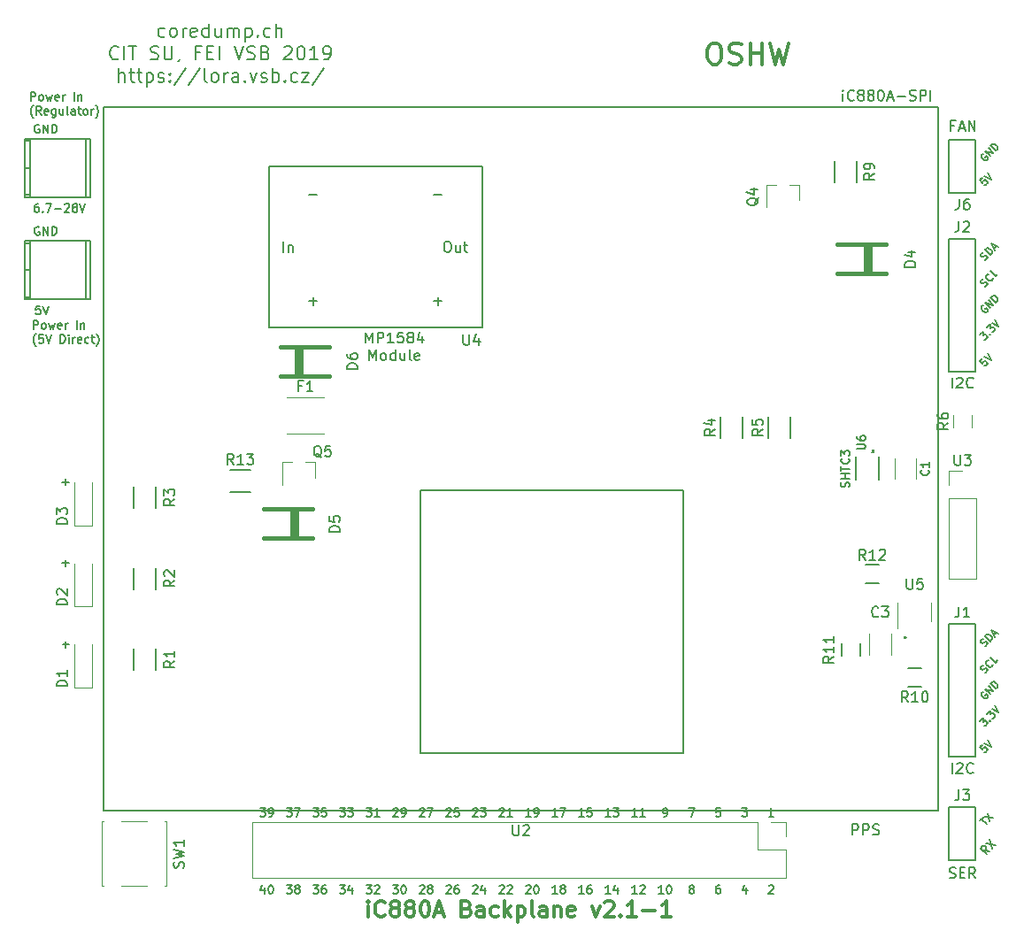
<source format=gto>
G04 #@! TF.GenerationSoftware,KiCad,Pcbnew,5.0.2-5.fc29*
G04 #@! TF.CreationDate,2019-08-22T23:49:55+02:00*
G04 #@! TF.ProjectId,backplane,6261636b-706c-4616-9e65-2e6b69636164,v2.1-1*
G04 #@! TF.SameCoordinates,Original*
G04 #@! TF.FileFunction,Legend,Top*
G04 #@! TF.FilePolarity,Positive*
%FSLAX46Y46*%
G04 Gerber Fmt 4.6, Leading zero omitted, Abs format (unit mm)*
G04 Created by KiCad (PCBNEW 5.0.2-5.fc29) date Thu 22 Aug 2019 11:49:55 PM CEST*
%MOMM*%
%LPD*%
G01*
G04 APERTURE LIST*
%ADD10C,0.200000*%
%ADD11C,0.150000*%
%ADD12C,0.300000*%
%ADD13C,0.120000*%
%ADD14C,0.381000*%
G04 APERTURE END LIST*
D10*
X153416000Y-112268000D02*
X153416000Y-137414000D01*
X178562000Y-112268000D02*
X153416000Y-112268000D01*
X178562000Y-137414000D02*
X178562000Y-112268000D01*
X153416000Y-137414000D02*
X178562000Y-137414000D01*
X128915190Y-68861190D02*
X128791380Y-68923095D01*
X128543761Y-68923095D01*
X128419952Y-68861190D01*
X128358047Y-68799285D01*
X128296142Y-68675476D01*
X128296142Y-68304047D01*
X128358047Y-68180238D01*
X128419952Y-68118333D01*
X128543761Y-68056428D01*
X128791380Y-68056428D01*
X128915190Y-68118333D01*
X129658047Y-68923095D02*
X129534238Y-68861190D01*
X129472333Y-68799285D01*
X129410428Y-68675476D01*
X129410428Y-68304047D01*
X129472333Y-68180238D01*
X129534238Y-68118333D01*
X129658047Y-68056428D01*
X129843761Y-68056428D01*
X129967571Y-68118333D01*
X130029476Y-68180238D01*
X130091380Y-68304047D01*
X130091380Y-68675476D01*
X130029476Y-68799285D01*
X129967571Y-68861190D01*
X129843761Y-68923095D01*
X129658047Y-68923095D01*
X130648523Y-68923095D02*
X130648523Y-68056428D01*
X130648523Y-68304047D02*
X130710428Y-68180238D01*
X130772333Y-68118333D01*
X130896142Y-68056428D01*
X131019952Y-68056428D01*
X131948523Y-68861190D02*
X131824714Y-68923095D01*
X131577095Y-68923095D01*
X131453285Y-68861190D01*
X131391380Y-68737380D01*
X131391380Y-68242142D01*
X131453285Y-68118333D01*
X131577095Y-68056428D01*
X131824714Y-68056428D01*
X131948523Y-68118333D01*
X132010428Y-68242142D01*
X132010428Y-68365952D01*
X131391380Y-68489761D01*
X133124714Y-68923095D02*
X133124714Y-67623095D01*
X133124714Y-68861190D02*
X133000904Y-68923095D01*
X132753285Y-68923095D01*
X132629476Y-68861190D01*
X132567571Y-68799285D01*
X132505666Y-68675476D01*
X132505666Y-68304047D01*
X132567571Y-68180238D01*
X132629476Y-68118333D01*
X132753285Y-68056428D01*
X133000904Y-68056428D01*
X133124714Y-68118333D01*
X134300904Y-68056428D02*
X134300904Y-68923095D01*
X133743761Y-68056428D02*
X133743761Y-68737380D01*
X133805666Y-68861190D01*
X133929476Y-68923095D01*
X134115190Y-68923095D01*
X134239000Y-68861190D01*
X134300904Y-68799285D01*
X134919952Y-68923095D02*
X134919952Y-68056428D01*
X134919952Y-68180238D02*
X134981857Y-68118333D01*
X135105666Y-68056428D01*
X135291380Y-68056428D01*
X135415190Y-68118333D01*
X135477095Y-68242142D01*
X135477095Y-68923095D01*
X135477095Y-68242142D02*
X135539000Y-68118333D01*
X135662809Y-68056428D01*
X135848523Y-68056428D01*
X135972333Y-68118333D01*
X136034238Y-68242142D01*
X136034238Y-68923095D01*
X136653285Y-68056428D02*
X136653285Y-69356428D01*
X136653285Y-68118333D02*
X136777095Y-68056428D01*
X137024714Y-68056428D01*
X137148523Y-68118333D01*
X137210428Y-68180238D01*
X137272333Y-68304047D01*
X137272333Y-68675476D01*
X137210428Y-68799285D01*
X137148523Y-68861190D01*
X137024714Y-68923095D01*
X136777095Y-68923095D01*
X136653285Y-68861190D01*
X137829476Y-68799285D02*
X137891380Y-68861190D01*
X137829476Y-68923095D01*
X137767571Y-68861190D01*
X137829476Y-68799285D01*
X137829476Y-68923095D01*
X139005666Y-68861190D02*
X138881857Y-68923095D01*
X138634238Y-68923095D01*
X138510428Y-68861190D01*
X138448523Y-68799285D01*
X138386619Y-68675476D01*
X138386619Y-68304047D01*
X138448523Y-68180238D01*
X138510428Y-68118333D01*
X138634238Y-68056428D01*
X138881857Y-68056428D01*
X139005666Y-68118333D01*
X139562809Y-68923095D02*
X139562809Y-67623095D01*
X140119952Y-68923095D02*
X140119952Y-68242142D01*
X140058047Y-68118333D01*
X139934238Y-68056428D01*
X139748523Y-68056428D01*
X139624714Y-68118333D01*
X139562809Y-68180238D01*
X124489000Y-70949285D02*
X124427095Y-71011190D01*
X124241380Y-71073095D01*
X124117571Y-71073095D01*
X123931857Y-71011190D01*
X123808047Y-70887380D01*
X123746142Y-70763571D01*
X123684238Y-70515952D01*
X123684238Y-70330238D01*
X123746142Y-70082619D01*
X123808047Y-69958809D01*
X123931857Y-69835000D01*
X124117571Y-69773095D01*
X124241380Y-69773095D01*
X124427095Y-69835000D01*
X124489000Y-69896904D01*
X125046142Y-71073095D02*
X125046142Y-69773095D01*
X125479476Y-69773095D02*
X126222333Y-69773095D01*
X125850904Y-71073095D02*
X125850904Y-69773095D01*
X127584238Y-71011190D02*
X127769952Y-71073095D01*
X128079476Y-71073095D01*
X128203285Y-71011190D01*
X128265190Y-70949285D01*
X128327095Y-70825476D01*
X128327095Y-70701666D01*
X128265190Y-70577857D01*
X128203285Y-70515952D01*
X128079476Y-70454047D01*
X127831857Y-70392142D01*
X127708047Y-70330238D01*
X127646142Y-70268333D01*
X127584238Y-70144523D01*
X127584238Y-70020714D01*
X127646142Y-69896904D01*
X127708047Y-69835000D01*
X127831857Y-69773095D01*
X128141380Y-69773095D01*
X128327095Y-69835000D01*
X128884238Y-69773095D02*
X128884238Y-70825476D01*
X128946142Y-70949285D01*
X129008047Y-71011190D01*
X129131857Y-71073095D01*
X129379476Y-71073095D01*
X129503285Y-71011190D01*
X129565190Y-70949285D01*
X129627095Y-70825476D01*
X129627095Y-69773095D01*
X130308047Y-71011190D02*
X130308047Y-71073095D01*
X130246142Y-71196904D01*
X130184238Y-71258809D01*
X132289000Y-70392142D02*
X131855666Y-70392142D01*
X131855666Y-71073095D02*
X131855666Y-69773095D01*
X132474714Y-69773095D01*
X132969952Y-70392142D02*
X133403285Y-70392142D01*
X133589000Y-71073095D02*
X132969952Y-71073095D01*
X132969952Y-69773095D01*
X133589000Y-69773095D01*
X134146142Y-71073095D02*
X134146142Y-69773095D01*
X135569952Y-69773095D02*
X136003285Y-71073095D01*
X136436619Y-69773095D01*
X136808047Y-71011190D02*
X136993761Y-71073095D01*
X137303285Y-71073095D01*
X137427095Y-71011190D01*
X137489000Y-70949285D01*
X137550904Y-70825476D01*
X137550904Y-70701666D01*
X137489000Y-70577857D01*
X137427095Y-70515952D01*
X137303285Y-70454047D01*
X137055666Y-70392142D01*
X136931857Y-70330238D01*
X136869952Y-70268333D01*
X136808047Y-70144523D01*
X136808047Y-70020714D01*
X136869952Y-69896904D01*
X136931857Y-69835000D01*
X137055666Y-69773095D01*
X137365190Y-69773095D01*
X137550904Y-69835000D01*
X138541380Y-70392142D02*
X138727095Y-70454047D01*
X138789000Y-70515952D01*
X138850904Y-70639761D01*
X138850904Y-70825476D01*
X138789000Y-70949285D01*
X138727095Y-71011190D01*
X138603285Y-71073095D01*
X138108047Y-71073095D01*
X138108047Y-69773095D01*
X138541380Y-69773095D01*
X138665190Y-69835000D01*
X138727095Y-69896904D01*
X138789000Y-70020714D01*
X138789000Y-70144523D01*
X138727095Y-70268333D01*
X138665190Y-70330238D01*
X138541380Y-70392142D01*
X138108047Y-70392142D01*
X140336619Y-69896904D02*
X140398523Y-69835000D01*
X140522333Y-69773095D01*
X140831857Y-69773095D01*
X140955666Y-69835000D01*
X141017571Y-69896904D01*
X141079476Y-70020714D01*
X141079476Y-70144523D01*
X141017571Y-70330238D01*
X140274714Y-71073095D01*
X141079476Y-71073095D01*
X141884238Y-69773095D02*
X142008047Y-69773095D01*
X142131857Y-69835000D01*
X142193761Y-69896904D01*
X142255666Y-70020714D01*
X142317571Y-70268333D01*
X142317571Y-70577857D01*
X142255666Y-70825476D01*
X142193761Y-70949285D01*
X142131857Y-71011190D01*
X142008047Y-71073095D01*
X141884238Y-71073095D01*
X141760428Y-71011190D01*
X141698523Y-70949285D01*
X141636619Y-70825476D01*
X141574714Y-70577857D01*
X141574714Y-70268333D01*
X141636619Y-70020714D01*
X141698523Y-69896904D01*
X141760428Y-69835000D01*
X141884238Y-69773095D01*
X143555666Y-71073095D02*
X142812809Y-71073095D01*
X143184238Y-71073095D02*
X143184238Y-69773095D01*
X143060428Y-69958809D01*
X142936619Y-70082619D01*
X142812809Y-70144523D01*
X144174714Y-71073095D02*
X144422333Y-71073095D01*
X144546142Y-71011190D01*
X144608047Y-70949285D01*
X144731857Y-70763571D01*
X144793761Y-70515952D01*
X144793761Y-70020714D01*
X144731857Y-69896904D01*
X144669952Y-69835000D01*
X144546142Y-69773095D01*
X144298523Y-69773095D01*
X144174714Y-69835000D01*
X144112809Y-69896904D01*
X144050904Y-70020714D01*
X144050904Y-70330238D01*
X144112809Y-70454047D01*
X144174714Y-70515952D01*
X144298523Y-70577857D01*
X144546142Y-70577857D01*
X144669952Y-70515952D01*
X144731857Y-70454047D01*
X144793761Y-70330238D01*
X124519952Y-73223095D02*
X124519952Y-71923095D01*
X125077095Y-73223095D02*
X125077095Y-72542142D01*
X125015190Y-72418333D01*
X124891380Y-72356428D01*
X124705666Y-72356428D01*
X124581857Y-72418333D01*
X124519952Y-72480238D01*
X125510428Y-72356428D02*
X126005666Y-72356428D01*
X125696142Y-71923095D02*
X125696142Y-73037380D01*
X125758047Y-73161190D01*
X125881857Y-73223095D01*
X126005666Y-73223095D01*
X126253285Y-72356428D02*
X126748523Y-72356428D01*
X126439000Y-71923095D02*
X126439000Y-73037380D01*
X126500904Y-73161190D01*
X126624714Y-73223095D01*
X126748523Y-73223095D01*
X127181857Y-72356428D02*
X127181857Y-73656428D01*
X127181857Y-72418333D02*
X127305666Y-72356428D01*
X127553285Y-72356428D01*
X127677095Y-72418333D01*
X127739000Y-72480238D01*
X127800904Y-72604047D01*
X127800904Y-72975476D01*
X127739000Y-73099285D01*
X127677095Y-73161190D01*
X127553285Y-73223095D01*
X127305666Y-73223095D01*
X127181857Y-73161190D01*
X128296142Y-73161190D02*
X128419952Y-73223095D01*
X128667571Y-73223095D01*
X128791380Y-73161190D01*
X128853285Y-73037380D01*
X128853285Y-72975476D01*
X128791380Y-72851666D01*
X128667571Y-72789761D01*
X128481857Y-72789761D01*
X128358047Y-72727857D01*
X128296142Y-72604047D01*
X128296142Y-72542142D01*
X128358047Y-72418333D01*
X128481857Y-72356428D01*
X128667571Y-72356428D01*
X128791380Y-72418333D01*
X129410428Y-73099285D02*
X129472333Y-73161190D01*
X129410428Y-73223095D01*
X129348523Y-73161190D01*
X129410428Y-73099285D01*
X129410428Y-73223095D01*
X129410428Y-72418333D02*
X129472333Y-72480238D01*
X129410428Y-72542142D01*
X129348523Y-72480238D01*
X129410428Y-72418333D01*
X129410428Y-72542142D01*
X130958047Y-71861190D02*
X129843761Y-73532619D01*
X132319952Y-71861190D02*
X131205666Y-73532619D01*
X132939000Y-73223095D02*
X132815190Y-73161190D01*
X132753285Y-73037380D01*
X132753285Y-71923095D01*
X133619952Y-73223095D02*
X133496142Y-73161190D01*
X133434238Y-73099285D01*
X133372333Y-72975476D01*
X133372333Y-72604047D01*
X133434238Y-72480238D01*
X133496142Y-72418333D01*
X133619952Y-72356428D01*
X133805666Y-72356428D01*
X133929476Y-72418333D01*
X133991380Y-72480238D01*
X134053285Y-72604047D01*
X134053285Y-72975476D01*
X133991380Y-73099285D01*
X133929476Y-73161190D01*
X133805666Y-73223095D01*
X133619952Y-73223095D01*
X134610428Y-73223095D02*
X134610428Y-72356428D01*
X134610428Y-72604047D02*
X134672333Y-72480238D01*
X134734238Y-72418333D01*
X134858047Y-72356428D01*
X134981857Y-72356428D01*
X135972333Y-73223095D02*
X135972333Y-72542142D01*
X135910428Y-72418333D01*
X135786619Y-72356428D01*
X135539000Y-72356428D01*
X135415190Y-72418333D01*
X135972333Y-73161190D02*
X135848523Y-73223095D01*
X135539000Y-73223095D01*
X135415190Y-73161190D01*
X135353285Y-73037380D01*
X135353285Y-72913571D01*
X135415190Y-72789761D01*
X135539000Y-72727857D01*
X135848523Y-72727857D01*
X135972333Y-72665952D01*
X136591380Y-73099285D02*
X136653285Y-73161190D01*
X136591380Y-73223095D01*
X136529476Y-73161190D01*
X136591380Y-73099285D01*
X136591380Y-73223095D01*
X137086619Y-72356428D02*
X137396142Y-73223095D01*
X137705666Y-72356428D01*
X138139000Y-73161190D02*
X138262809Y-73223095D01*
X138510428Y-73223095D01*
X138634238Y-73161190D01*
X138696142Y-73037380D01*
X138696142Y-72975476D01*
X138634238Y-72851666D01*
X138510428Y-72789761D01*
X138324714Y-72789761D01*
X138200904Y-72727857D01*
X138139000Y-72604047D01*
X138139000Y-72542142D01*
X138200904Y-72418333D01*
X138324714Y-72356428D01*
X138510428Y-72356428D01*
X138634238Y-72418333D01*
X139253285Y-73223095D02*
X139253285Y-71923095D01*
X139253285Y-72418333D02*
X139377095Y-72356428D01*
X139624714Y-72356428D01*
X139748523Y-72418333D01*
X139810428Y-72480238D01*
X139872333Y-72604047D01*
X139872333Y-72975476D01*
X139810428Y-73099285D01*
X139748523Y-73161190D01*
X139624714Y-73223095D01*
X139377095Y-73223095D01*
X139253285Y-73161190D01*
X140429476Y-73099285D02*
X140491380Y-73161190D01*
X140429476Y-73223095D01*
X140367571Y-73161190D01*
X140429476Y-73099285D01*
X140429476Y-73223095D01*
X141605666Y-73161190D02*
X141481857Y-73223095D01*
X141234238Y-73223095D01*
X141110428Y-73161190D01*
X141048523Y-73099285D01*
X140986619Y-72975476D01*
X140986619Y-72604047D01*
X141048523Y-72480238D01*
X141110428Y-72418333D01*
X141234238Y-72356428D01*
X141481857Y-72356428D01*
X141605666Y-72418333D01*
X142039000Y-72356428D02*
X142719952Y-72356428D01*
X142039000Y-73223095D01*
X142719952Y-73223095D01*
X144143761Y-71861190D02*
X143029476Y-73532619D01*
D11*
X116365976Y-96841904D02*
X116365976Y-96041904D01*
X116670738Y-96041904D01*
X116746928Y-96080000D01*
X116785023Y-96118095D01*
X116823119Y-96194285D01*
X116823119Y-96308571D01*
X116785023Y-96384761D01*
X116746928Y-96422857D01*
X116670738Y-96460952D01*
X116365976Y-96460952D01*
X117280261Y-96841904D02*
X117204071Y-96803809D01*
X117165976Y-96765714D01*
X117127880Y-96689523D01*
X117127880Y-96460952D01*
X117165976Y-96384761D01*
X117204071Y-96346666D01*
X117280261Y-96308571D01*
X117394547Y-96308571D01*
X117470738Y-96346666D01*
X117508833Y-96384761D01*
X117546928Y-96460952D01*
X117546928Y-96689523D01*
X117508833Y-96765714D01*
X117470738Y-96803809D01*
X117394547Y-96841904D01*
X117280261Y-96841904D01*
X117813595Y-96308571D02*
X117965976Y-96841904D01*
X118118357Y-96460952D01*
X118270738Y-96841904D01*
X118423119Y-96308571D01*
X119032642Y-96803809D02*
X118956452Y-96841904D01*
X118804071Y-96841904D01*
X118727880Y-96803809D01*
X118689785Y-96727619D01*
X118689785Y-96422857D01*
X118727880Y-96346666D01*
X118804071Y-96308571D01*
X118956452Y-96308571D01*
X119032642Y-96346666D01*
X119070738Y-96422857D01*
X119070738Y-96499047D01*
X118689785Y-96575238D01*
X119413595Y-96841904D02*
X119413595Y-96308571D01*
X119413595Y-96460952D02*
X119451690Y-96384761D01*
X119489785Y-96346666D01*
X119565976Y-96308571D01*
X119642166Y-96308571D01*
X120518357Y-96841904D02*
X120518357Y-96041904D01*
X120899309Y-96308571D02*
X120899309Y-96841904D01*
X120899309Y-96384761D02*
X120937404Y-96346666D01*
X121013595Y-96308571D01*
X121127880Y-96308571D01*
X121204071Y-96346666D01*
X121242166Y-96422857D01*
X121242166Y-96841904D01*
X116594547Y-98496666D02*
X116556452Y-98458571D01*
X116480261Y-98344285D01*
X116442166Y-98268095D01*
X116404071Y-98153809D01*
X116365976Y-97963333D01*
X116365976Y-97810952D01*
X116404071Y-97620476D01*
X116442166Y-97506190D01*
X116480261Y-97430000D01*
X116556452Y-97315714D01*
X116594547Y-97277619D01*
X117280261Y-97391904D02*
X116899309Y-97391904D01*
X116861214Y-97772857D01*
X116899309Y-97734761D01*
X116975500Y-97696666D01*
X117165976Y-97696666D01*
X117242166Y-97734761D01*
X117280261Y-97772857D01*
X117318357Y-97849047D01*
X117318357Y-98039523D01*
X117280261Y-98115714D01*
X117242166Y-98153809D01*
X117165976Y-98191904D01*
X116975500Y-98191904D01*
X116899309Y-98153809D01*
X116861214Y-98115714D01*
X117546928Y-97391904D02*
X117813595Y-98191904D01*
X118080261Y-97391904D01*
X118956452Y-98191904D02*
X118956452Y-97391904D01*
X119146928Y-97391904D01*
X119261214Y-97430000D01*
X119337404Y-97506190D01*
X119375500Y-97582380D01*
X119413595Y-97734761D01*
X119413595Y-97849047D01*
X119375500Y-98001428D01*
X119337404Y-98077619D01*
X119261214Y-98153809D01*
X119146928Y-98191904D01*
X118956452Y-98191904D01*
X119756452Y-98191904D02*
X119756452Y-97658571D01*
X119756452Y-97391904D02*
X119718357Y-97430000D01*
X119756452Y-97468095D01*
X119794547Y-97430000D01*
X119756452Y-97391904D01*
X119756452Y-97468095D01*
X120137404Y-98191904D02*
X120137404Y-97658571D01*
X120137404Y-97810952D02*
X120175500Y-97734761D01*
X120213595Y-97696666D01*
X120289785Y-97658571D01*
X120365976Y-97658571D01*
X120937404Y-98153809D02*
X120861214Y-98191904D01*
X120708833Y-98191904D01*
X120632642Y-98153809D01*
X120594547Y-98077619D01*
X120594547Y-97772857D01*
X120632642Y-97696666D01*
X120708833Y-97658571D01*
X120861214Y-97658571D01*
X120937404Y-97696666D01*
X120975500Y-97772857D01*
X120975500Y-97849047D01*
X120594547Y-97925238D01*
X121661214Y-98153809D02*
X121585023Y-98191904D01*
X121432642Y-98191904D01*
X121356452Y-98153809D01*
X121318357Y-98115714D01*
X121280261Y-98039523D01*
X121280261Y-97810952D01*
X121318357Y-97734761D01*
X121356452Y-97696666D01*
X121432642Y-97658571D01*
X121585023Y-97658571D01*
X121661214Y-97696666D01*
X121889785Y-97658571D02*
X122194547Y-97658571D01*
X122004071Y-97391904D02*
X122004071Y-98077619D01*
X122042166Y-98153809D01*
X122118357Y-98191904D01*
X122194547Y-98191904D01*
X122385023Y-98496666D02*
X122423119Y-98458571D01*
X122499309Y-98344285D01*
X122537404Y-98268095D01*
X122575500Y-98153809D01*
X122613595Y-97963333D01*
X122613595Y-97810952D01*
X122575500Y-97620476D01*
X122537404Y-97506190D01*
X122499309Y-97430000D01*
X122423119Y-97315714D01*
X122385023Y-97277619D01*
X116111976Y-74997904D02*
X116111976Y-74197904D01*
X116416738Y-74197904D01*
X116492928Y-74236000D01*
X116531023Y-74274095D01*
X116569119Y-74350285D01*
X116569119Y-74464571D01*
X116531023Y-74540761D01*
X116492928Y-74578857D01*
X116416738Y-74616952D01*
X116111976Y-74616952D01*
X117026261Y-74997904D02*
X116950071Y-74959809D01*
X116911976Y-74921714D01*
X116873880Y-74845523D01*
X116873880Y-74616952D01*
X116911976Y-74540761D01*
X116950071Y-74502666D01*
X117026261Y-74464571D01*
X117140547Y-74464571D01*
X117216738Y-74502666D01*
X117254833Y-74540761D01*
X117292928Y-74616952D01*
X117292928Y-74845523D01*
X117254833Y-74921714D01*
X117216738Y-74959809D01*
X117140547Y-74997904D01*
X117026261Y-74997904D01*
X117559595Y-74464571D02*
X117711976Y-74997904D01*
X117864357Y-74616952D01*
X118016738Y-74997904D01*
X118169119Y-74464571D01*
X118778642Y-74959809D02*
X118702452Y-74997904D01*
X118550071Y-74997904D01*
X118473880Y-74959809D01*
X118435785Y-74883619D01*
X118435785Y-74578857D01*
X118473880Y-74502666D01*
X118550071Y-74464571D01*
X118702452Y-74464571D01*
X118778642Y-74502666D01*
X118816738Y-74578857D01*
X118816738Y-74655047D01*
X118435785Y-74731238D01*
X119159595Y-74997904D02*
X119159595Y-74464571D01*
X119159595Y-74616952D02*
X119197690Y-74540761D01*
X119235785Y-74502666D01*
X119311976Y-74464571D01*
X119388166Y-74464571D01*
X120264357Y-74997904D02*
X120264357Y-74197904D01*
X120645309Y-74464571D02*
X120645309Y-74997904D01*
X120645309Y-74540761D02*
X120683404Y-74502666D01*
X120759595Y-74464571D01*
X120873880Y-74464571D01*
X120950071Y-74502666D01*
X120988166Y-74578857D01*
X120988166Y-74997904D01*
X116340547Y-76652666D02*
X116302452Y-76614571D01*
X116226261Y-76500285D01*
X116188166Y-76424095D01*
X116150071Y-76309809D01*
X116111976Y-76119333D01*
X116111976Y-75966952D01*
X116150071Y-75776476D01*
X116188166Y-75662190D01*
X116226261Y-75586000D01*
X116302452Y-75471714D01*
X116340547Y-75433619D01*
X117102452Y-76347904D02*
X116835785Y-75966952D01*
X116645309Y-76347904D02*
X116645309Y-75547904D01*
X116950071Y-75547904D01*
X117026261Y-75586000D01*
X117064357Y-75624095D01*
X117102452Y-75700285D01*
X117102452Y-75814571D01*
X117064357Y-75890761D01*
X117026261Y-75928857D01*
X116950071Y-75966952D01*
X116645309Y-75966952D01*
X117750071Y-76309809D02*
X117673880Y-76347904D01*
X117521500Y-76347904D01*
X117445309Y-76309809D01*
X117407214Y-76233619D01*
X117407214Y-75928857D01*
X117445309Y-75852666D01*
X117521500Y-75814571D01*
X117673880Y-75814571D01*
X117750071Y-75852666D01*
X117788166Y-75928857D01*
X117788166Y-76005047D01*
X117407214Y-76081238D01*
X118473880Y-75814571D02*
X118473880Y-76462190D01*
X118435785Y-76538380D01*
X118397690Y-76576476D01*
X118321500Y-76614571D01*
X118207214Y-76614571D01*
X118131023Y-76576476D01*
X118473880Y-76309809D02*
X118397690Y-76347904D01*
X118245309Y-76347904D01*
X118169119Y-76309809D01*
X118131023Y-76271714D01*
X118092928Y-76195523D01*
X118092928Y-75966952D01*
X118131023Y-75890761D01*
X118169119Y-75852666D01*
X118245309Y-75814571D01*
X118397690Y-75814571D01*
X118473880Y-75852666D01*
X119197690Y-75814571D02*
X119197690Y-76347904D01*
X118854833Y-75814571D02*
X118854833Y-76233619D01*
X118892928Y-76309809D01*
X118969119Y-76347904D01*
X119083404Y-76347904D01*
X119159595Y-76309809D01*
X119197690Y-76271714D01*
X119692928Y-76347904D02*
X119616738Y-76309809D01*
X119578642Y-76233619D01*
X119578642Y-75547904D01*
X120340547Y-76347904D02*
X120340547Y-75928857D01*
X120302452Y-75852666D01*
X120226261Y-75814571D01*
X120073880Y-75814571D01*
X119997690Y-75852666D01*
X120340547Y-76309809D02*
X120264357Y-76347904D01*
X120073880Y-76347904D01*
X119997690Y-76309809D01*
X119959595Y-76233619D01*
X119959595Y-76157428D01*
X119997690Y-76081238D01*
X120073880Y-76043142D01*
X120264357Y-76043142D01*
X120340547Y-76005047D01*
X120607214Y-75814571D02*
X120911976Y-75814571D01*
X120721500Y-75547904D02*
X120721500Y-76233619D01*
X120759595Y-76309809D01*
X120835785Y-76347904D01*
X120911976Y-76347904D01*
X121292928Y-76347904D02*
X121216738Y-76309809D01*
X121178642Y-76271714D01*
X121140547Y-76195523D01*
X121140547Y-75966952D01*
X121178642Y-75890761D01*
X121216738Y-75852666D01*
X121292928Y-75814571D01*
X121407214Y-75814571D01*
X121483404Y-75852666D01*
X121521500Y-75890761D01*
X121559595Y-75966952D01*
X121559595Y-76195523D01*
X121521500Y-76271714D01*
X121483404Y-76309809D01*
X121407214Y-76347904D01*
X121292928Y-76347904D01*
X121902452Y-76347904D02*
X121902452Y-75814571D01*
X121902452Y-75966952D02*
X121940547Y-75890761D01*
X121978642Y-75852666D01*
X122054833Y-75814571D01*
X122131023Y-75814571D01*
X122321500Y-76652666D02*
X122359595Y-76614571D01*
X122435785Y-76500285D01*
X122473880Y-76424095D01*
X122511976Y-76309809D01*
X122550071Y-76119333D01*
X122550071Y-75966952D01*
X122511976Y-75776476D01*
X122473880Y-75662190D01*
X122435785Y-75586000D01*
X122359595Y-75471714D01*
X122321500Y-75433619D01*
X206918525Y-143884859D02*
X207201368Y-143602016D01*
X207554921Y-144238412D02*
X207059947Y-143743437D01*
X207319219Y-143484165D02*
X208144177Y-143649156D01*
X207649202Y-143154182D02*
X207814194Y-143979139D01*
X207856284Y-146795026D02*
X207398348Y-146714214D01*
X207533035Y-147118275D02*
X206967349Y-146552589D01*
X207182849Y-146337090D01*
X207263661Y-146310153D01*
X207317536Y-146310153D01*
X207398348Y-146337090D01*
X207479160Y-146417902D01*
X207506097Y-146498715D01*
X207506097Y-146552589D01*
X207479160Y-146633402D01*
X207263661Y-146848901D01*
X207479160Y-146040779D02*
X208421969Y-146229341D01*
X207856284Y-145663655D02*
X208044845Y-146606464D01*
X207373570Y-129743923D02*
X207467851Y-129696782D01*
X207585702Y-129578931D01*
X207609272Y-129508220D01*
X207609272Y-129461080D01*
X207585702Y-129390369D01*
X207538562Y-129343229D01*
X207467851Y-129319659D01*
X207420711Y-129319659D01*
X207350000Y-129343229D01*
X207232149Y-129413939D01*
X207161438Y-129437510D01*
X207114298Y-129437510D01*
X207043587Y-129413939D01*
X206996447Y-129366799D01*
X206972876Y-129296088D01*
X206972876Y-129248948D01*
X206996447Y-129178237D01*
X207114298Y-129060386D01*
X207208579Y-129013246D01*
X208127817Y-128942535D02*
X208127817Y-128989675D01*
X208080677Y-129083956D01*
X208033537Y-129131097D01*
X207939256Y-129178237D01*
X207844975Y-129178237D01*
X207774264Y-129154667D01*
X207656413Y-129083956D01*
X207585702Y-129013246D01*
X207514992Y-128895394D01*
X207491421Y-128824684D01*
X207491421Y-128730403D01*
X207538562Y-128636122D01*
X207585702Y-128588982D01*
X207679983Y-128541841D01*
X207727124Y-128541841D01*
X208622792Y-128541841D02*
X208387090Y-128777543D01*
X207892115Y-128282569D01*
X207373570Y-127203923D02*
X207467851Y-127156782D01*
X207585702Y-127038931D01*
X207609272Y-126968220D01*
X207609272Y-126921080D01*
X207585702Y-126850369D01*
X207538562Y-126803229D01*
X207467851Y-126779659D01*
X207420711Y-126779659D01*
X207350000Y-126803229D01*
X207232149Y-126873939D01*
X207161438Y-126897510D01*
X207114298Y-126897510D01*
X207043587Y-126873939D01*
X206996447Y-126826799D01*
X206972876Y-126756088D01*
X206972876Y-126708948D01*
X206996447Y-126638237D01*
X207114298Y-126520386D01*
X207208579Y-126473246D01*
X207892115Y-126732518D02*
X207397140Y-126237543D01*
X207514992Y-126119692D01*
X207609272Y-126072552D01*
X207703553Y-126072552D01*
X207774264Y-126096122D01*
X207892115Y-126166833D01*
X207962826Y-126237543D01*
X208033537Y-126355394D01*
X208057107Y-126426105D01*
X208057107Y-126520386D01*
X208009966Y-126614667D01*
X207892115Y-126732518D01*
X208222098Y-126119692D02*
X208457801Y-125883990D01*
X208316379Y-126308254D02*
X207986396Y-125648288D01*
X208646362Y-125978271D01*
X207161438Y-136633246D02*
X206925736Y-136868948D01*
X207137868Y-137128220D01*
X207137868Y-137081080D01*
X207161438Y-137010369D01*
X207279289Y-136892518D01*
X207350000Y-136868948D01*
X207397140Y-136868948D01*
X207467851Y-136892518D01*
X207585702Y-137010369D01*
X207609272Y-137081080D01*
X207609272Y-137128220D01*
X207585702Y-137198931D01*
X207467851Y-137316782D01*
X207397140Y-137340352D01*
X207350000Y-137340352D01*
X207326430Y-136468254D02*
X207986396Y-136798237D01*
X207656413Y-136138271D01*
X206878595Y-134376088D02*
X207185008Y-134069675D01*
X207208579Y-134423229D01*
X207279289Y-134352518D01*
X207350000Y-134328948D01*
X207397140Y-134328948D01*
X207467851Y-134352518D01*
X207585702Y-134470369D01*
X207609272Y-134541080D01*
X207609272Y-134588220D01*
X207585702Y-134658931D01*
X207444281Y-134800352D01*
X207373570Y-134823923D01*
X207326430Y-134823923D01*
X207844975Y-134305378D02*
X207892115Y-134305378D01*
X207892115Y-134352518D01*
X207844975Y-134352518D01*
X207844975Y-134305378D01*
X207892115Y-134352518D01*
X207585702Y-133668982D02*
X207892115Y-133362569D01*
X207915685Y-133716122D01*
X207986396Y-133645411D01*
X208057107Y-133621841D01*
X208104247Y-133621841D01*
X208174958Y-133645411D01*
X208292809Y-133763262D01*
X208316379Y-133833973D01*
X208316379Y-133881114D01*
X208292809Y-133951824D01*
X208151388Y-134093246D01*
X208080677Y-134116816D01*
X208033537Y-134116816D01*
X208033537Y-133221147D02*
X208693503Y-133551130D01*
X208363520Y-132891164D01*
X207208579Y-131553246D02*
X207137868Y-131576816D01*
X207067157Y-131647527D01*
X207020017Y-131741807D01*
X207020017Y-131836088D01*
X207043587Y-131906799D01*
X207114298Y-132024650D01*
X207185008Y-132095361D01*
X207302860Y-132166071D01*
X207373570Y-132189642D01*
X207467851Y-132189642D01*
X207562132Y-132142501D01*
X207609272Y-132095361D01*
X207656413Y-132001080D01*
X207656413Y-131953939D01*
X207491421Y-131788948D01*
X207397140Y-131883229D01*
X207915685Y-131788948D02*
X207420711Y-131293973D01*
X208198528Y-131506105D01*
X207703553Y-131011130D01*
X208434230Y-131270403D02*
X207939256Y-130775428D01*
X208057107Y-130657577D01*
X208151388Y-130610437D01*
X208245669Y-130610437D01*
X208316379Y-130634007D01*
X208434230Y-130704717D01*
X208504941Y-130775428D01*
X208575652Y-130893279D01*
X208599222Y-130963990D01*
X208599222Y-131058271D01*
X208552082Y-131152552D01*
X208434230Y-131270403D01*
X148137904Y-98179380D02*
X148137904Y-97179380D01*
X148471238Y-97893666D01*
X148804571Y-97179380D01*
X148804571Y-98179380D01*
X149280761Y-98179380D02*
X149280761Y-97179380D01*
X149661714Y-97179380D01*
X149756952Y-97227000D01*
X149804571Y-97274619D01*
X149852190Y-97369857D01*
X149852190Y-97512714D01*
X149804571Y-97607952D01*
X149756952Y-97655571D01*
X149661714Y-97703190D01*
X149280761Y-97703190D01*
X150804571Y-98179380D02*
X150233142Y-98179380D01*
X150518857Y-98179380D02*
X150518857Y-97179380D01*
X150423619Y-97322238D01*
X150328380Y-97417476D01*
X150233142Y-97465095D01*
X151709333Y-97179380D02*
X151233142Y-97179380D01*
X151185523Y-97655571D01*
X151233142Y-97607952D01*
X151328380Y-97560333D01*
X151566476Y-97560333D01*
X151661714Y-97607952D01*
X151709333Y-97655571D01*
X151756952Y-97750809D01*
X151756952Y-97988904D01*
X151709333Y-98084142D01*
X151661714Y-98131761D01*
X151566476Y-98179380D01*
X151328380Y-98179380D01*
X151233142Y-98131761D01*
X151185523Y-98084142D01*
X152328380Y-97607952D02*
X152233142Y-97560333D01*
X152185523Y-97512714D01*
X152137904Y-97417476D01*
X152137904Y-97369857D01*
X152185523Y-97274619D01*
X152233142Y-97227000D01*
X152328380Y-97179380D01*
X152518857Y-97179380D01*
X152614095Y-97227000D01*
X152661714Y-97274619D01*
X152709333Y-97369857D01*
X152709333Y-97417476D01*
X152661714Y-97512714D01*
X152614095Y-97560333D01*
X152518857Y-97607952D01*
X152328380Y-97607952D01*
X152233142Y-97655571D01*
X152185523Y-97703190D01*
X152137904Y-97798428D01*
X152137904Y-97988904D01*
X152185523Y-98084142D01*
X152233142Y-98131761D01*
X152328380Y-98179380D01*
X152518857Y-98179380D01*
X152614095Y-98131761D01*
X152661714Y-98084142D01*
X152709333Y-97988904D01*
X152709333Y-97798428D01*
X152661714Y-97703190D01*
X152614095Y-97655571D01*
X152518857Y-97607952D01*
X153566476Y-97512714D02*
X153566476Y-98179380D01*
X153328380Y-97131761D02*
X153090285Y-97846047D01*
X153709333Y-97846047D01*
X148495047Y-99829380D02*
X148495047Y-98829380D01*
X148828380Y-99543666D01*
X149161714Y-98829380D01*
X149161714Y-99829380D01*
X149780761Y-99829380D02*
X149685523Y-99781761D01*
X149637904Y-99734142D01*
X149590285Y-99638904D01*
X149590285Y-99353190D01*
X149637904Y-99257952D01*
X149685523Y-99210333D01*
X149780761Y-99162714D01*
X149923619Y-99162714D01*
X150018857Y-99210333D01*
X150066476Y-99257952D01*
X150114095Y-99353190D01*
X150114095Y-99638904D01*
X150066476Y-99734142D01*
X150018857Y-99781761D01*
X149923619Y-99829380D01*
X149780761Y-99829380D01*
X150971238Y-99829380D02*
X150971238Y-98829380D01*
X150971238Y-99781761D02*
X150876000Y-99829380D01*
X150685523Y-99829380D01*
X150590285Y-99781761D01*
X150542666Y-99734142D01*
X150495047Y-99638904D01*
X150495047Y-99353190D01*
X150542666Y-99257952D01*
X150590285Y-99210333D01*
X150685523Y-99162714D01*
X150876000Y-99162714D01*
X150971238Y-99210333D01*
X151876000Y-99162714D02*
X151876000Y-99829380D01*
X151447428Y-99162714D02*
X151447428Y-99686523D01*
X151495047Y-99781761D01*
X151590285Y-99829380D01*
X151733142Y-99829380D01*
X151828380Y-99781761D01*
X151876000Y-99734142D01*
X152495047Y-99829380D02*
X152399809Y-99781761D01*
X152352190Y-99686523D01*
X152352190Y-98829380D01*
X153256952Y-99781761D02*
X153161714Y-99829380D01*
X152971238Y-99829380D01*
X152876000Y-99781761D01*
X152828380Y-99686523D01*
X152828380Y-99305571D01*
X152876000Y-99210333D01*
X152971238Y-99162714D01*
X153161714Y-99162714D01*
X153256952Y-99210333D01*
X153304571Y-99305571D01*
X153304571Y-99400809D01*
X152828380Y-99496047D01*
X116830833Y-84886904D02*
X116678452Y-84886904D01*
X116602261Y-84925000D01*
X116564166Y-84963095D01*
X116487976Y-85077380D01*
X116449880Y-85229761D01*
X116449880Y-85534523D01*
X116487976Y-85610714D01*
X116526071Y-85648809D01*
X116602261Y-85686904D01*
X116754642Y-85686904D01*
X116830833Y-85648809D01*
X116868928Y-85610714D01*
X116907023Y-85534523D01*
X116907023Y-85344047D01*
X116868928Y-85267857D01*
X116830833Y-85229761D01*
X116754642Y-85191666D01*
X116602261Y-85191666D01*
X116526071Y-85229761D01*
X116487976Y-85267857D01*
X116449880Y-85344047D01*
X117249880Y-85610714D02*
X117287976Y-85648809D01*
X117249880Y-85686904D01*
X117211785Y-85648809D01*
X117249880Y-85610714D01*
X117249880Y-85686904D01*
X117554642Y-84886904D02*
X118087976Y-84886904D01*
X117745119Y-85686904D01*
X118392738Y-85382142D02*
X119002261Y-85382142D01*
X119345119Y-84963095D02*
X119383214Y-84925000D01*
X119459404Y-84886904D01*
X119649880Y-84886904D01*
X119726071Y-84925000D01*
X119764166Y-84963095D01*
X119802261Y-85039285D01*
X119802261Y-85115476D01*
X119764166Y-85229761D01*
X119307023Y-85686904D01*
X119802261Y-85686904D01*
X120259404Y-85229761D02*
X120183214Y-85191666D01*
X120145119Y-85153571D01*
X120107023Y-85077380D01*
X120107023Y-85039285D01*
X120145119Y-84963095D01*
X120183214Y-84925000D01*
X120259404Y-84886904D01*
X120411785Y-84886904D01*
X120487976Y-84925000D01*
X120526071Y-84963095D01*
X120564166Y-85039285D01*
X120564166Y-85077380D01*
X120526071Y-85153571D01*
X120487976Y-85191666D01*
X120411785Y-85229761D01*
X120259404Y-85229761D01*
X120183214Y-85267857D01*
X120145119Y-85305952D01*
X120107023Y-85382142D01*
X120107023Y-85534523D01*
X120145119Y-85610714D01*
X120183214Y-85648809D01*
X120259404Y-85686904D01*
X120411785Y-85686904D01*
X120487976Y-85648809D01*
X120526071Y-85610714D01*
X120564166Y-85534523D01*
X120564166Y-85382142D01*
X120526071Y-85305952D01*
X120487976Y-85267857D01*
X120411785Y-85229761D01*
X120792738Y-84886904D02*
X121059404Y-85686904D01*
X121326071Y-84886904D01*
X116907023Y-77325000D02*
X116830833Y-77286904D01*
X116716547Y-77286904D01*
X116602261Y-77325000D01*
X116526071Y-77401190D01*
X116487976Y-77477380D01*
X116449880Y-77629761D01*
X116449880Y-77744047D01*
X116487976Y-77896428D01*
X116526071Y-77972619D01*
X116602261Y-78048809D01*
X116716547Y-78086904D01*
X116792738Y-78086904D01*
X116907023Y-78048809D01*
X116945119Y-78010714D01*
X116945119Y-77744047D01*
X116792738Y-77744047D01*
X117287976Y-78086904D02*
X117287976Y-77286904D01*
X117745119Y-78086904D01*
X117745119Y-77286904D01*
X118126071Y-78086904D02*
X118126071Y-77286904D01*
X118316547Y-77286904D01*
X118430833Y-77325000D01*
X118507023Y-77401190D01*
X118545119Y-77477380D01*
X118583214Y-77629761D01*
X118583214Y-77744047D01*
X118545119Y-77896428D01*
X118507023Y-77972619D01*
X118430833Y-78048809D01*
X118316547Y-78086904D01*
X118126071Y-78086904D01*
X119142238Y-127022142D02*
X119751761Y-127022142D01*
X119447000Y-127326904D02*
X119447000Y-126717380D01*
X119117238Y-119247142D02*
X119726761Y-119247142D01*
X119422000Y-119551904D02*
X119422000Y-118942380D01*
X119117238Y-111497142D02*
X119726761Y-111497142D01*
X119422000Y-111801904D02*
X119422000Y-111192380D01*
X207161438Y-82364446D02*
X206925736Y-82600148D01*
X207137868Y-82859420D01*
X207137868Y-82812280D01*
X207161438Y-82741569D01*
X207279289Y-82623718D01*
X207350000Y-82600148D01*
X207397140Y-82600148D01*
X207467851Y-82623718D01*
X207585702Y-82741569D01*
X207609272Y-82812280D01*
X207609272Y-82859420D01*
X207585702Y-82930131D01*
X207467851Y-83047982D01*
X207397140Y-83071552D01*
X207350000Y-83071552D01*
X207326430Y-82199454D02*
X207986396Y-82529437D01*
X207656413Y-81869471D01*
X207208579Y-80078446D02*
X207137868Y-80102016D01*
X207067157Y-80172727D01*
X207020017Y-80267007D01*
X207020017Y-80361288D01*
X207043587Y-80431999D01*
X207114298Y-80549850D01*
X207185008Y-80620561D01*
X207302860Y-80691271D01*
X207373570Y-80714842D01*
X207467851Y-80714842D01*
X207562132Y-80667701D01*
X207609272Y-80620561D01*
X207656413Y-80526280D01*
X207656413Y-80479139D01*
X207491421Y-80314148D01*
X207397140Y-80408429D01*
X207915685Y-80314148D02*
X207420711Y-79819173D01*
X208198528Y-80031305D01*
X207703553Y-79536330D01*
X208434230Y-79795603D02*
X207939256Y-79300628D01*
X208057107Y-79182777D01*
X208151388Y-79135637D01*
X208245669Y-79135637D01*
X208316379Y-79159207D01*
X208434230Y-79229917D01*
X208504941Y-79300628D01*
X208575652Y-79418479D01*
X208599222Y-79489190D01*
X208599222Y-79583471D01*
X208552082Y-79677752D01*
X208434230Y-79795603D01*
X207373570Y-90246923D02*
X207467851Y-90199782D01*
X207585702Y-90081931D01*
X207609272Y-90011220D01*
X207609272Y-89964080D01*
X207585702Y-89893369D01*
X207538562Y-89846229D01*
X207467851Y-89822659D01*
X207420711Y-89822659D01*
X207350000Y-89846229D01*
X207232149Y-89916939D01*
X207161438Y-89940510D01*
X207114298Y-89940510D01*
X207043587Y-89916939D01*
X206996447Y-89869799D01*
X206972876Y-89799088D01*
X206972876Y-89751948D01*
X206996447Y-89681237D01*
X207114298Y-89563386D01*
X207208579Y-89516246D01*
X207892115Y-89775518D02*
X207397140Y-89280543D01*
X207514992Y-89162692D01*
X207609272Y-89115552D01*
X207703553Y-89115552D01*
X207774264Y-89139122D01*
X207892115Y-89209833D01*
X207962826Y-89280543D01*
X208033537Y-89398394D01*
X208057107Y-89469105D01*
X208057107Y-89563386D01*
X208009966Y-89657667D01*
X207892115Y-89775518D01*
X208222098Y-89162692D02*
X208457801Y-88926990D01*
X208316379Y-89351254D02*
X207986396Y-88691288D01*
X208646362Y-89021271D01*
X206878595Y-97419088D02*
X207185008Y-97112675D01*
X207208579Y-97466229D01*
X207279289Y-97395518D01*
X207350000Y-97371948D01*
X207397140Y-97371948D01*
X207467851Y-97395518D01*
X207585702Y-97513369D01*
X207609272Y-97584080D01*
X207609272Y-97631220D01*
X207585702Y-97701931D01*
X207444281Y-97843352D01*
X207373570Y-97866923D01*
X207326430Y-97866923D01*
X207844975Y-97348378D02*
X207892115Y-97348378D01*
X207892115Y-97395518D01*
X207844975Y-97395518D01*
X207844975Y-97348378D01*
X207892115Y-97395518D01*
X207585702Y-96711982D02*
X207892115Y-96405569D01*
X207915685Y-96759122D01*
X207986396Y-96688411D01*
X208057107Y-96664841D01*
X208104247Y-96664841D01*
X208174958Y-96688411D01*
X208292809Y-96806262D01*
X208316379Y-96876973D01*
X208316379Y-96924114D01*
X208292809Y-96994824D01*
X208151388Y-97136246D01*
X208080677Y-97159816D01*
X208033537Y-97159816D01*
X208033537Y-96264147D02*
X208693503Y-96594130D01*
X208363520Y-95934164D01*
X207208579Y-94596246D02*
X207137868Y-94619816D01*
X207067157Y-94690527D01*
X207020017Y-94784807D01*
X207020017Y-94879088D01*
X207043587Y-94949799D01*
X207114298Y-95067650D01*
X207185008Y-95138361D01*
X207302860Y-95209071D01*
X207373570Y-95232642D01*
X207467851Y-95232642D01*
X207562132Y-95185501D01*
X207609272Y-95138361D01*
X207656413Y-95044080D01*
X207656413Y-94996939D01*
X207491421Y-94831948D01*
X207397140Y-94926229D01*
X207915685Y-94831948D02*
X207420711Y-94336973D01*
X208198528Y-94549105D01*
X207703553Y-94054130D01*
X208434230Y-94313403D02*
X207939256Y-93818428D01*
X208057107Y-93700577D01*
X208151388Y-93653437D01*
X208245669Y-93653437D01*
X208316379Y-93677007D01*
X208434230Y-93747717D01*
X208504941Y-93818428D01*
X208575652Y-93936279D01*
X208599222Y-94006990D01*
X208599222Y-94101271D01*
X208552082Y-94195552D01*
X208434230Y-94313403D01*
X207161438Y-99676246D02*
X206925736Y-99911948D01*
X207137868Y-100171220D01*
X207137868Y-100124080D01*
X207161438Y-100053369D01*
X207279289Y-99935518D01*
X207350000Y-99911948D01*
X207397140Y-99911948D01*
X207467851Y-99935518D01*
X207585702Y-100053369D01*
X207609272Y-100124080D01*
X207609272Y-100171220D01*
X207585702Y-100241931D01*
X207467851Y-100359782D01*
X207397140Y-100383352D01*
X207350000Y-100383352D01*
X207326430Y-99511254D02*
X207986396Y-99841237D01*
X207656413Y-99181271D01*
X207373570Y-92786923D02*
X207467851Y-92739782D01*
X207585702Y-92621931D01*
X207609272Y-92551220D01*
X207609272Y-92504080D01*
X207585702Y-92433369D01*
X207538562Y-92386229D01*
X207467851Y-92362659D01*
X207420711Y-92362659D01*
X207350000Y-92386229D01*
X207232149Y-92456939D01*
X207161438Y-92480510D01*
X207114298Y-92480510D01*
X207043587Y-92456939D01*
X206996447Y-92409799D01*
X206972876Y-92339088D01*
X206972876Y-92291948D01*
X206996447Y-92221237D01*
X207114298Y-92103386D01*
X207208579Y-92056246D01*
X208127817Y-91985535D02*
X208127817Y-92032675D01*
X208080677Y-92126956D01*
X208033537Y-92174097D01*
X207939256Y-92221237D01*
X207844975Y-92221237D01*
X207774264Y-92197667D01*
X207656413Y-92126956D01*
X207585702Y-92056246D01*
X207514992Y-91938394D01*
X207491421Y-91867684D01*
X207491421Y-91773403D01*
X207538562Y-91679122D01*
X207585702Y-91631982D01*
X207679983Y-91584841D01*
X207727124Y-91584841D01*
X208622792Y-91584841D02*
X208387090Y-91820543D01*
X207892115Y-91325569D01*
X116907023Y-87100000D02*
X116830833Y-87061904D01*
X116716547Y-87061904D01*
X116602261Y-87100000D01*
X116526071Y-87176190D01*
X116487976Y-87252380D01*
X116449880Y-87404761D01*
X116449880Y-87519047D01*
X116487976Y-87671428D01*
X116526071Y-87747619D01*
X116602261Y-87823809D01*
X116716547Y-87861904D01*
X116792738Y-87861904D01*
X116907023Y-87823809D01*
X116945119Y-87785714D01*
X116945119Y-87519047D01*
X116792738Y-87519047D01*
X117287976Y-87861904D02*
X117287976Y-87061904D01*
X117745119Y-87861904D01*
X117745119Y-87061904D01*
X118126071Y-87861904D02*
X118126071Y-87061904D01*
X118316547Y-87061904D01*
X118430833Y-87100000D01*
X118507023Y-87176190D01*
X118545119Y-87252380D01*
X118583214Y-87404761D01*
X118583214Y-87519047D01*
X118545119Y-87671428D01*
X118507023Y-87747619D01*
X118430833Y-87823809D01*
X118316547Y-87861904D01*
X118126071Y-87861904D01*
X117000928Y-94661904D02*
X116619976Y-94661904D01*
X116581880Y-95042857D01*
X116619976Y-95004761D01*
X116696166Y-94966666D01*
X116886642Y-94966666D01*
X116962833Y-95004761D01*
X117000928Y-95042857D01*
X117039023Y-95119047D01*
X117039023Y-95309523D01*
X117000928Y-95385714D01*
X116962833Y-95423809D01*
X116886642Y-95461904D01*
X116696166Y-95461904D01*
X116619976Y-95423809D01*
X116581880Y-95385714D01*
X117267595Y-94661904D02*
X117534261Y-95461904D01*
X117800928Y-94661904D01*
D10*
X193802523Y-75001380D02*
X193802523Y-74334714D01*
X193802523Y-74001380D02*
X193754904Y-74049000D01*
X193802523Y-74096619D01*
X193850142Y-74049000D01*
X193802523Y-74001380D01*
X193802523Y-74096619D01*
X194850142Y-74906142D02*
X194802523Y-74953761D01*
X194659666Y-75001380D01*
X194564428Y-75001380D01*
X194421571Y-74953761D01*
X194326333Y-74858523D01*
X194278714Y-74763285D01*
X194231095Y-74572809D01*
X194231095Y-74429952D01*
X194278714Y-74239476D01*
X194326333Y-74144238D01*
X194421571Y-74049000D01*
X194564428Y-74001380D01*
X194659666Y-74001380D01*
X194802523Y-74049000D01*
X194850142Y-74096619D01*
X195421571Y-74429952D02*
X195326333Y-74382333D01*
X195278714Y-74334714D01*
X195231095Y-74239476D01*
X195231095Y-74191857D01*
X195278714Y-74096619D01*
X195326333Y-74049000D01*
X195421571Y-74001380D01*
X195612047Y-74001380D01*
X195707285Y-74049000D01*
X195754904Y-74096619D01*
X195802523Y-74191857D01*
X195802523Y-74239476D01*
X195754904Y-74334714D01*
X195707285Y-74382333D01*
X195612047Y-74429952D01*
X195421571Y-74429952D01*
X195326333Y-74477571D01*
X195278714Y-74525190D01*
X195231095Y-74620428D01*
X195231095Y-74810904D01*
X195278714Y-74906142D01*
X195326333Y-74953761D01*
X195421571Y-75001380D01*
X195612047Y-75001380D01*
X195707285Y-74953761D01*
X195754904Y-74906142D01*
X195802523Y-74810904D01*
X195802523Y-74620428D01*
X195754904Y-74525190D01*
X195707285Y-74477571D01*
X195612047Y-74429952D01*
X196373952Y-74429952D02*
X196278714Y-74382333D01*
X196231095Y-74334714D01*
X196183476Y-74239476D01*
X196183476Y-74191857D01*
X196231095Y-74096619D01*
X196278714Y-74049000D01*
X196373952Y-74001380D01*
X196564428Y-74001380D01*
X196659666Y-74049000D01*
X196707285Y-74096619D01*
X196754904Y-74191857D01*
X196754904Y-74239476D01*
X196707285Y-74334714D01*
X196659666Y-74382333D01*
X196564428Y-74429952D01*
X196373952Y-74429952D01*
X196278714Y-74477571D01*
X196231095Y-74525190D01*
X196183476Y-74620428D01*
X196183476Y-74810904D01*
X196231095Y-74906142D01*
X196278714Y-74953761D01*
X196373952Y-75001380D01*
X196564428Y-75001380D01*
X196659666Y-74953761D01*
X196707285Y-74906142D01*
X196754904Y-74810904D01*
X196754904Y-74620428D01*
X196707285Y-74525190D01*
X196659666Y-74477571D01*
X196564428Y-74429952D01*
X197373952Y-74001380D02*
X197469190Y-74001380D01*
X197564428Y-74049000D01*
X197612047Y-74096619D01*
X197659666Y-74191857D01*
X197707285Y-74382333D01*
X197707285Y-74620428D01*
X197659666Y-74810904D01*
X197612047Y-74906142D01*
X197564428Y-74953761D01*
X197469190Y-75001380D01*
X197373952Y-75001380D01*
X197278714Y-74953761D01*
X197231095Y-74906142D01*
X197183476Y-74810904D01*
X197135857Y-74620428D01*
X197135857Y-74382333D01*
X197183476Y-74191857D01*
X197231095Y-74096619D01*
X197278714Y-74049000D01*
X197373952Y-74001380D01*
X198088238Y-74715666D02*
X198564428Y-74715666D01*
X197993000Y-75001380D02*
X198326333Y-74001380D01*
X198659666Y-75001380D01*
X198993000Y-74620428D02*
X199754904Y-74620428D01*
X200183476Y-74953761D02*
X200326333Y-75001380D01*
X200564428Y-75001380D01*
X200659666Y-74953761D01*
X200707285Y-74906142D01*
X200754904Y-74810904D01*
X200754904Y-74715666D01*
X200707285Y-74620428D01*
X200659666Y-74572809D01*
X200564428Y-74525190D01*
X200373952Y-74477571D01*
X200278714Y-74429952D01*
X200231095Y-74382333D01*
X200183476Y-74287095D01*
X200183476Y-74191857D01*
X200231095Y-74096619D01*
X200278714Y-74049000D01*
X200373952Y-74001380D01*
X200612047Y-74001380D01*
X200754904Y-74049000D01*
X201183476Y-75001380D02*
X201183476Y-74001380D01*
X201564428Y-74001380D01*
X201659666Y-74049000D01*
X201707285Y-74096619D01*
X201754904Y-74191857D01*
X201754904Y-74334714D01*
X201707285Y-74429952D01*
X201659666Y-74477571D01*
X201564428Y-74525190D01*
X201183476Y-74525190D01*
X202183476Y-75001380D02*
X202183476Y-74001380D01*
D11*
X187172571Y-143490904D02*
X186715428Y-143490904D01*
X186944000Y-143490904D02*
X186944000Y-142690904D01*
X186867809Y-142805190D01*
X186791619Y-142881380D01*
X186715428Y-142919476D01*
X184137333Y-142690904D02*
X184632571Y-142690904D01*
X184365904Y-142995666D01*
X184480190Y-142995666D01*
X184556380Y-143033761D01*
X184594476Y-143071857D01*
X184632571Y-143148047D01*
X184632571Y-143338523D01*
X184594476Y-143414714D01*
X184556380Y-143452809D01*
X184480190Y-143490904D01*
X184251619Y-143490904D01*
X184175428Y-143452809D01*
X184137333Y-143414714D01*
X182054476Y-142690904D02*
X181673523Y-142690904D01*
X181635428Y-143071857D01*
X181673523Y-143033761D01*
X181749714Y-142995666D01*
X181940190Y-142995666D01*
X182016380Y-143033761D01*
X182054476Y-143071857D01*
X182092571Y-143148047D01*
X182092571Y-143338523D01*
X182054476Y-143414714D01*
X182016380Y-143452809D01*
X181940190Y-143490904D01*
X181749714Y-143490904D01*
X181673523Y-143452809D01*
X181635428Y-143414714D01*
X179057333Y-142690904D02*
X179590666Y-142690904D01*
X179247809Y-143490904D01*
X176631619Y-143490904D02*
X176784000Y-143490904D01*
X176860190Y-143452809D01*
X176898285Y-143414714D01*
X176974476Y-143300428D01*
X177012571Y-143148047D01*
X177012571Y-142843285D01*
X176974476Y-142767095D01*
X176936380Y-142729000D01*
X176860190Y-142690904D01*
X176707809Y-142690904D01*
X176631619Y-142729000D01*
X176593523Y-142767095D01*
X176555428Y-142843285D01*
X176555428Y-143033761D01*
X176593523Y-143109952D01*
X176631619Y-143148047D01*
X176707809Y-143186142D01*
X176860190Y-143186142D01*
X176936380Y-143148047D01*
X176974476Y-143109952D01*
X177012571Y-143033761D01*
X174091619Y-143490904D02*
X173634476Y-143490904D01*
X173863047Y-143490904D02*
X173863047Y-142690904D01*
X173786857Y-142805190D01*
X173710666Y-142881380D01*
X173634476Y-142919476D01*
X174853523Y-143490904D02*
X174396380Y-143490904D01*
X174624952Y-143490904D02*
X174624952Y-142690904D01*
X174548761Y-142805190D01*
X174472571Y-142881380D01*
X174396380Y-142919476D01*
X171551619Y-143490904D02*
X171094476Y-143490904D01*
X171323047Y-143490904D02*
X171323047Y-142690904D01*
X171246857Y-142805190D01*
X171170666Y-142881380D01*
X171094476Y-142919476D01*
X171818285Y-142690904D02*
X172313523Y-142690904D01*
X172046857Y-142995666D01*
X172161142Y-142995666D01*
X172237333Y-143033761D01*
X172275428Y-143071857D01*
X172313523Y-143148047D01*
X172313523Y-143338523D01*
X172275428Y-143414714D01*
X172237333Y-143452809D01*
X172161142Y-143490904D01*
X171932571Y-143490904D01*
X171856380Y-143452809D01*
X171818285Y-143414714D01*
X169011619Y-143490904D02*
X168554476Y-143490904D01*
X168783047Y-143490904D02*
X168783047Y-142690904D01*
X168706857Y-142805190D01*
X168630666Y-142881380D01*
X168554476Y-142919476D01*
X169735428Y-142690904D02*
X169354476Y-142690904D01*
X169316380Y-143071857D01*
X169354476Y-143033761D01*
X169430666Y-142995666D01*
X169621142Y-142995666D01*
X169697333Y-143033761D01*
X169735428Y-143071857D01*
X169773523Y-143148047D01*
X169773523Y-143338523D01*
X169735428Y-143414714D01*
X169697333Y-143452809D01*
X169621142Y-143490904D01*
X169430666Y-143490904D01*
X169354476Y-143452809D01*
X169316380Y-143414714D01*
X166471619Y-143490904D02*
X166014476Y-143490904D01*
X166243047Y-143490904D02*
X166243047Y-142690904D01*
X166166857Y-142805190D01*
X166090666Y-142881380D01*
X166014476Y-142919476D01*
X166738285Y-142690904D02*
X167271619Y-142690904D01*
X166928761Y-143490904D01*
X163931619Y-143490904D02*
X163474476Y-143490904D01*
X163703047Y-143490904D02*
X163703047Y-142690904D01*
X163626857Y-142805190D01*
X163550666Y-142881380D01*
X163474476Y-142919476D01*
X164312571Y-143490904D02*
X164464952Y-143490904D01*
X164541142Y-143452809D01*
X164579238Y-143414714D01*
X164655428Y-143300428D01*
X164693523Y-143148047D01*
X164693523Y-142843285D01*
X164655428Y-142767095D01*
X164617333Y-142729000D01*
X164541142Y-142690904D01*
X164388761Y-142690904D01*
X164312571Y-142729000D01*
X164274476Y-142767095D01*
X164236380Y-142843285D01*
X164236380Y-143033761D01*
X164274476Y-143109952D01*
X164312571Y-143148047D01*
X164388761Y-143186142D01*
X164541142Y-143186142D01*
X164617333Y-143148047D01*
X164655428Y-143109952D01*
X164693523Y-143033761D01*
X160934476Y-142767095D02*
X160972571Y-142729000D01*
X161048761Y-142690904D01*
X161239238Y-142690904D01*
X161315428Y-142729000D01*
X161353523Y-142767095D01*
X161391619Y-142843285D01*
X161391619Y-142919476D01*
X161353523Y-143033761D01*
X160896380Y-143490904D01*
X161391619Y-143490904D01*
X162153523Y-143490904D02*
X161696380Y-143490904D01*
X161924952Y-143490904D02*
X161924952Y-142690904D01*
X161848761Y-142805190D01*
X161772571Y-142881380D01*
X161696380Y-142919476D01*
X158394476Y-142767095D02*
X158432571Y-142729000D01*
X158508761Y-142690904D01*
X158699238Y-142690904D01*
X158775428Y-142729000D01*
X158813523Y-142767095D01*
X158851619Y-142843285D01*
X158851619Y-142919476D01*
X158813523Y-143033761D01*
X158356380Y-143490904D01*
X158851619Y-143490904D01*
X159118285Y-142690904D02*
X159613523Y-142690904D01*
X159346857Y-142995666D01*
X159461142Y-142995666D01*
X159537333Y-143033761D01*
X159575428Y-143071857D01*
X159613523Y-143148047D01*
X159613523Y-143338523D01*
X159575428Y-143414714D01*
X159537333Y-143452809D01*
X159461142Y-143490904D01*
X159232571Y-143490904D01*
X159156380Y-143452809D01*
X159118285Y-143414714D01*
X155854476Y-142767095D02*
X155892571Y-142729000D01*
X155968761Y-142690904D01*
X156159238Y-142690904D01*
X156235428Y-142729000D01*
X156273523Y-142767095D01*
X156311619Y-142843285D01*
X156311619Y-142919476D01*
X156273523Y-143033761D01*
X155816380Y-143490904D01*
X156311619Y-143490904D01*
X157035428Y-142690904D02*
X156654476Y-142690904D01*
X156616380Y-143071857D01*
X156654476Y-143033761D01*
X156730666Y-142995666D01*
X156921142Y-142995666D01*
X156997333Y-143033761D01*
X157035428Y-143071857D01*
X157073523Y-143148047D01*
X157073523Y-143338523D01*
X157035428Y-143414714D01*
X156997333Y-143452809D01*
X156921142Y-143490904D01*
X156730666Y-143490904D01*
X156654476Y-143452809D01*
X156616380Y-143414714D01*
X153314476Y-142767095D02*
X153352571Y-142729000D01*
X153428761Y-142690904D01*
X153619238Y-142690904D01*
X153695428Y-142729000D01*
X153733523Y-142767095D01*
X153771619Y-142843285D01*
X153771619Y-142919476D01*
X153733523Y-143033761D01*
X153276380Y-143490904D01*
X153771619Y-143490904D01*
X154038285Y-142690904D02*
X154571619Y-142690904D01*
X154228761Y-143490904D01*
X150774476Y-142767095D02*
X150812571Y-142729000D01*
X150888761Y-142690904D01*
X151079238Y-142690904D01*
X151155428Y-142729000D01*
X151193523Y-142767095D01*
X151231619Y-142843285D01*
X151231619Y-142919476D01*
X151193523Y-143033761D01*
X150736380Y-143490904D01*
X151231619Y-143490904D01*
X151612571Y-143490904D02*
X151764952Y-143490904D01*
X151841142Y-143452809D01*
X151879238Y-143414714D01*
X151955428Y-143300428D01*
X151993523Y-143148047D01*
X151993523Y-142843285D01*
X151955428Y-142767095D01*
X151917333Y-142729000D01*
X151841142Y-142690904D01*
X151688761Y-142690904D01*
X151612571Y-142729000D01*
X151574476Y-142767095D01*
X151536380Y-142843285D01*
X151536380Y-143033761D01*
X151574476Y-143109952D01*
X151612571Y-143148047D01*
X151688761Y-143186142D01*
X151841142Y-143186142D01*
X151917333Y-143148047D01*
X151955428Y-143109952D01*
X151993523Y-143033761D01*
X148196380Y-142690904D02*
X148691619Y-142690904D01*
X148424952Y-142995666D01*
X148539238Y-142995666D01*
X148615428Y-143033761D01*
X148653523Y-143071857D01*
X148691619Y-143148047D01*
X148691619Y-143338523D01*
X148653523Y-143414714D01*
X148615428Y-143452809D01*
X148539238Y-143490904D01*
X148310666Y-143490904D01*
X148234476Y-143452809D01*
X148196380Y-143414714D01*
X149453523Y-143490904D02*
X148996380Y-143490904D01*
X149224952Y-143490904D02*
X149224952Y-142690904D01*
X149148761Y-142805190D01*
X149072571Y-142881380D01*
X148996380Y-142919476D01*
X145656380Y-142690904D02*
X146151619Y-142690904D01*
X145884952Y-142995666D01*
X145999238Y-142995666D01*
X146075428Y-143033761D01*
X146113523Y-143071857D01*
X146151619Y-143148047D01*
X146151619Y-143338523D01*
X146113523Y-143414714D01*
X146075428Y-143452809D01*
X145999238Y-143490904D01*
X145770666Y-143490904D01*
X145694476Y-143452809D01*
X145656380Y-143414714D01*
X146418285Y-142690904D02*
X146913523Y-142690904D01*
X146646857Y-142995666D01*
X146761142Y-142995666D01*
X146837333Y-143033761D01*
X146875428Y-143071857D01*
X146913523Y-143148047D01*
X146913523Y-143338523D01*
X146875428Y-143414714D01*
X146837333Y-143452809D01*
X146761142Y-143490904D01*
X146532571Y-143490904D01*
X146456380Y-143452809D01*
X146418285Y-143414714D01*
X143116380Y-142690904D02*
X143611619Y-142690904D01*
X143344952Y-142995666D01*
X143459238Y-142995666D01*
X143535428Y-143033761D01*
X143573523Y-143071857D01*
X143611619Y-143148047D01*
X143611619Y-143338523D01*
X143573523Y-143414714D01*
X143535428Y-143452809D01*
X143459238Y-143490904D01*
X143230666Y-143490904D01*
X143154476Y-143452809D01*
X143116380Y-143414714D01*
X144335428Y-142690904D02*
X143954476Y-142690904D01*
X143916380Y-143071857D01*
X143954476Y-143033761D01*
X144030666Y-142995666D01*
X144221142Y-142995666D01*
X144297333Y-143033761D01*
X144335428Y-143071857D01*
X144373523Y-143148047D01*
X144373523Y-143338523D01*
X144335428Y-143414714D01*
X144297333Y-143452809D01*
X144221142Y-143490904D01*
X144030666Y-143490904D01*
X143954476Y-143452809D01*
X143916380Y-143414714D01*
X140576380Y-142690904D02*
X141071619Y-142690904D01*
X140804952Y-142995666D01*
X140919238Y-142995666D01*
X140995428Y-143033761D01*
X141033523Y-143071857D01*
X141071619Y-143148047D01*
X141071619Y-143338523D01*
X141033523Y-143414714D01*
X140995428Y-143452809D01*
X140919238Y-143490904D01*
X140690666Y-143490904D01*
X140614476Y-143452809D01*
X140576380Y-143414714D01*
X141338285Y-142690904D02*
X141871619Y-142690904D01*
X141528761Y-143490904D01*
X138036380Y-142690904D02*
X138531619Y-142690904D01*
X138264952Y-142995666D01*
X138379238Y-142995666D01*
X138455428Y-143033761D01*
X138493523Y-143071857D01*
X138531619Y-143148047D01*
X138531619Y-143338523D01*
X138493523Y-143414714D01*
X138455428Y-143452809D01*
X138379238Y-143490904D01*
X138150666Y-143490904D01*
X138074476Y-143452809D01*
X138036380Y-143414714D01*
X138912571Y-143490904D02*
X139064952Y-143490904D01*
X139141142Y-143452809D01*
X139179238Y-143414714D01*
X139255428Y-143300428D01*
X139293523Y-143148047D01*
X139293523Y-142843285D01*
X139255428Y-142767095D01*
X139217333Y-142729000D01*
X139141142Y-142690904D01*
X138988761Y-142690904D01*
X138912571Y-142729000D01*
X138874476Y-142767095D01*
X138836380Y-142843285D01*
X138836380Y-143033761D01*
X138874476Y-143109952D01*
X138912571Y-143148047D01*
X138988761Y-143186142D01*
X139141142Y-143186142D01*
X139217333Y-143148047D01*
X139255428Y-143109952D01*
X139293523Y-143033761D01*
X186715428Y-150133095D02*
X186753523Y-150095000D01*
X186829714Y-150056904D01*
X187020190Y-150056904D01*
X187096380Y-150095000D01*
X187134476Y-150133095D01*
X187172571Y-150209285D01*
X187172571Y-150285476D01*
X187134476Y-150399761D01*
X186677333Y-150856904D01*
X187172571Y-150856904D01*
X184556380Y-150323571D02*
X184556380Y-150856904D01*
X184365904Y-150018809D02*
X184175428Y-150590238D01*
X184670666Y-150590238D01*
X182016380Y-150056904D02*
X181864000Y-150056904D01*
X181787809Y-150095000D01*
X181749714Y-150133095D01*
X181673523Y-150247380D01*
X181635428Y-150399761D01*
X181635428Y-150704523D01*
X181673523Y-150780714D01*
X181711619Y-150818809D01*
X181787809Y-150856904D01*
X181940190Y-150856904D01*
X182016380Y-150818809D01*
X182054476Y-150780714D01*
X182092571Y-150704523D01*
X182092571Y-150514047D01*
X182054476Y-150437857D01*
X182016380Y-150399761D01*
X181940190Y-150361666D01*
X181787809Y-150361666D01*
X181711619Y-150399761D01*
X181673523Y-150437857D01*
X181635428Y-150514047D01*
X179247809Y-150399761D02*
X179171619Y-150361666D01*
X179133523Y-150323571D01*
X179095428Y-150247380D01*
X179095428Y-150209285D01*
X179133523Y-150133095D01*
X179171619Y-150095000D01*
X179247809Y-150056904D01*
X179400190Y-150056904D01*
X179476380Y-150095000D01*
X179514476Y-150133095D01*
X179552571Y-150209285D01*
X179552571Y-150247380D01*
X179514476Y-150323571D01*
X179476380Y-150361666D01*
X179400190Y-150399761D01*
X179247809Y-150399761D01*
X179171619Y-150437857D01*
X179133523Y-150475952D01*
X179095428Y-150552142D01*
X179095428Y-150704523D01*
X179133523Y-150780714D01*
X179171619Y-150818809D01*
X179247809Y-150856904D01*
X179400190Y-150856904D01*
X179476380Y-150818809D01*
X179514476Y-150780714D01*
X179552571Y-150704523D01*
X179552571Y-150552142D01*
X179514476Y-150475952D01*
X179476380Y-150437857D01*
X179400190Y-150399761D01*
X176631619Y-150856904D02*
X176174476Y-150856904D01*
X176403047Y-150856904D02*
X176403047Y-150056904D01*
X176326857Y-150171190D01*
X176250666Y-150247380D01*
X176174476Y-150285476D01*
X177126857Y-150056904D02*
X177203047Y-150056904D01*
X177279238Y-150095000D01*
X177317333Y-150133095D01*
X177355428Y-150209285D01*
X177393523Y-150361666D01*
X177393523Y-150552142D01*
X177355428Y-150704523D01*
X177317333Y-150780714D01*
X177279238Y-150818809D01*
X177203047Y-150856904D01*
X177126857Y-150856904D01*
X177050666Y-150818809D01*
X177012571Y-150780714D01*
X176974476Y-150704523D01*
X176936380Y-150552142D01*
X176936380Y-150361666D01*
X176974476Y-150209285D01*
X177012571Y-150133095D01*
X177050666Y-150095000D01*
X177126857Y-150056904D01*
X174091619Y-150856904D02*
X173634476Y-150856904D01*
X173863047Y-150856904D02*
X173863047Y-150056904D01*
X173786857Y-150171190D01*
X173710666Y-150247380D01*
X173634476Y-150285476D01*
X174396380Y-150133095D02*
X174434476Y-150095000D01*
X174510666Y-150056904D01*
X174701142Y-150056904D01*
X174777333Y-150095000D01*
X174815428Y-150133095D01*
X174853523Y-150209285D01*
X174853523Y-150285476D01*
X174815428Y-150399761D01*
X174358285Y-150856904D01*
X174853523Y-150856904D01*
X171551619Y-150856904D02*
X171094476Y-150856904D01*
X171323047Y-150856904D02*
X171323047Y-150056904D01*
X171246857Y-150171190D01*
X171170666Y-150247380D01*
X171094476Y-150285476D01*
X172237333Y-150323571D02*
X172237333Y-150856904D01*
X172046857Y-150018809D02*
X171856380Y-150590238D01*
X172351619Y-150590238D01*
X169011619Y-150856904D02*
X168554476Y-150856904D01*
X168783047Y-150856904D02*
X168783047Y-150056904D01*
X168706857Y-150171190D01*
X168630666Y-150247380D01*
X168554476Y-150285476D01*
X169697333Y-150056904D02*
X169544952Y-150056904D01*
X169468761Y-150095000D01*
X169430666Y-150133095D01*
X169354476Y-150247380D01*
X169316380Y-150399761D01*
X169316380Y-150704523D01*
X169354476Y-150780714D01*
X169392571Y-150818809D01*
X169468761Y-150856904D01*
X169621142Y-150856904D01*
X169697333Y-150818809D01*
X169735428Y-150780714D01*
X169773523Y-150704523D01*
X169773523Y-150514047D01*
X169735428Y-150437857D01*
X169697333Y-150399761D01*
X169621142Y-150361666D01*
X169468761Y-150361666D01*
X169392571Y-150399761D01*
X169354476Y-150437857D01*
X169316380Y-150514047D01*
X166471619Y-150856904D02*
X166014476Y-150856904D01*
X166243047Y-150856904D02*
X166243047Y-150056904D01*
X166166857Y-150171190D01*
X166090666Y-150247380D01*
X166014476Y-150285476D01*
X166928761Y-150399761D02*
X166852571Y-150361666D01*
X166814476Y-150323571D01*
X166776380Y-150247380D01*
X166776380Y-150209285D01*
X166814476Y-150133095D01*
X166852571Y-150095000D01*
X166928761Y-150056904D01*
X167081142Y-150056904D01*
X167157333Y-150095000D01*
X167195428Y-150133095D01*
X167233523Y-150209285D01*
X167233523Y-150247380D01*
X167195428Y-150323571D01*
X167157333Y-150361666D01*
X167081142Y-150399761D01*
X166928761Y-150399761D01*
X166852571Y-150437857D01*
X166814476Y-150475952D01*
X166776380Y-150552142D01*
X166776380Y-150704523D01*
X166814476Y-150780714D01*
X166852571Y-150818809D01*
X166928761Y-150856904D01*
X167081142Y-150856904D01*
X167157333Y-150818809D01*
X167195428Y-150780714D01*
X167233523Y-150704523D01*
X167233523Y-150552142D01*
X167195428Y-150475952D01*
X167157333Y-150437857D01*
X167081142Y-150399761D01*
X163474476Y-150133095D02*
X163512571Y-150095000D01*
X163588761Y-150056904D01*
X163779238Y-150056904D01*
X163855428Y-150095000D01*
X163893523Y-150133095D01*
X163931619Y-150209285D01*
X163931619Y-150285476D01*
X163893523Y-150399761D01*
X163436380Y-150856904D01*
X163931619Y-150856904D01*
X164426857Y-150056904D02*
X164503047Y-150056904D01*
X164579238Y-150095000D01*
X164617333Y-150133095D01*
X164655428Y-150209285D01*
X164693523Y-150361666D01*
X164693523Y-150552142D01*
X164655428Y-150704523D01*
X164617333Y-150780714D01*
X164579238Y-150818809D01*
X164503047Y-150856904D01*
X164426857Y-150856904D01*
X164350666Y-150818809D01*
X164312571Y-150780714D01*
X164274476Y-150704523D01*
X164236380Y-150552142D01*
X164236380Y-150361666D01*
X164274476Y-150209285D01*
X164312571Y-150133095D01*
X164350666Y-150095000D01*
X164426857Y-150056904D01*
X160934476Y-150133095D02*
X160972571Y-150095000D01*
X161048761Y-150056904D01*
X161239238Y-150056904D01*
X161315428Y-150095000D01*
X161353523Y-150133095D01*
X161391619Y-150209285D01*
X161391619Y-150285476D01*
X161353523Y-150399761D01*
X160896380Y-150856904D01*
X161391619Y-150856904D01*
X161696380Y-150133095D02*
X161734476Y-150095000D01*
X161810666Y-150056904D01*
X162001142Y-150056904D01*
X162077333Y-150095000D01*
X162115428Y-150133095D01*
X162153523Y-150209285D01*
X162153523Y-150285476D01*
X162115428Y-150399761D01*
X161658285Y-150856904D01*
X162153523Y-150856904D01*
X158394476Y-150133095D02*
X158432571Y-150095000D01*
X158508761Y-150056904D01*
X158699238Y-150056904D01*
X158775428Y-150095000D01*
X158813523Y-150133095D01*
X158851619Y-150209285D01*
X158851619Y-150285476D01*
X158813523Y-150399761D01*
X158356380Y-150856904D01*
X158851619Y-150856904D01*
X159537333Y-150323571D02*
X159537333Y-150856904D01*
X159346857Y-150018809D02*
X159156380Y-150590238D01*
X159651619Y-150590238D01*
X155854476Y-150133095D02*
X155892571Y-150095000D01*
X155968761Y-150056904D01*
X156159238Y-150056904D01*
X156235428Y-150095000D01*
X156273523Y-150133095D01*
X156311619Y-150209285D01*
X156311619Y-150285476D01*
X156273523Y-150399761D01*
X155816380Y-150856904D01*
X156311619Y-150856904D01*
X156997333Y-150056904D02*
X156844952Y-150056904D01*
X156768761Y-150095000D01*
X156730666Y-150133095D01*
X156654476Y-150247380D01*
X156616380Y-150399761D01*
X156616380Y-150704523D01*
X156654476Y-150780714D01*
X156692571Y-150818809D01*
X156768761Y-150856904D01*
X156921142Y-150856904D01*
X156997333Y-150818809D01*
X157035428Y-150780714D01*
X157073523Y-150704523D01*
X157073523Y-150514047D01*
X157035428Y-150437857D01*
X156997333Y-150399761D01*
X156921142Y-150361666D01*
X156768761Y-150361666D01*
X156692571Y-150399761D01*
X156654476Y-150437857D01*
X156616380Y-150514047D01*
X153314476Y-150133095D02*
X153352571Y-150095000D01*
X153428761Y-150056904D01*
X153619238Y-150056904D01*
X153695428Y-150095000D01*
X153733523Y-150133095D01*
X153771619Y-150209285D01*
X153771619Y-150285476D01*
X153733523Y-150399761D01*
X153276380Y-150856904D01*
X153771619Y-150856904D01*
X154228761Y-150399761D02*
X154152571Y-150361666D01*
X154114476Y-150323571D01*
X154076380Y-150247380D01*
X154076380Y-150209285D01*
X154114476Y-150133095D01*
X154152571Y-150095000D01*
X154228761Y-150056904D01*
X154381142Y-150056904D01*
X154457333Y-150095000D01*
X154495428Y-150133095D01*
X154533523Y-150209285D01*
X154533523Y-150247380D01*
X154495428Y-150323571D01*
X154457333Y-150361666D01*
X154381142Y-150399761D01*
X154228761Y-150399761D01*
X154152571Y-150437857D01*
X154114476Y-150475952D01*
X154076380Y-150552142D01*
X154076380Y-150704523D01*
X154114476Y-150780714D01*
X154152571Y-150818809D01*
X154228761Y-150856904D01*
X154381142Y-150856904D01*
X154457333Y-150818809D01*
X154495428Y-150780714D01*
X154533523Y-150704523D01*
X154533523Y-150552142D01*
X154495428Y-150475952D01*
X154457333Y-150437857D01*
X154381142Y-150399761D01*
X150736380Y-150056904D02*
X151231619Y-150056904D01*
X150964952Y-150361666D01*
X151079238Y-150361666D01*
X151155428Y-150399761D01*
X151193523Y-150437857D01*
X151231619Y-150514047D01*
X151231619Y-150704523D01*
X151193523Y-150780714D01*
X151155428Y-150818809D01*
X151079238Y-150856904D01*
X150850666Y-150856904D01*
X150774476Y-150818809D01*
X150736380Y-150780714D01*
X151726857Y-150056904D02*
X151803047Y-150056904D01*
X151879238Y-150095000D01*
X151917333Y-150133095D01*
X151955428Y-150209285D01*
X151993523Y-150361666D01*
X151993523Y-150552142D01*
X151955428Y-150704523D01*
X151917333Y-150780714D01*
X151879238Y-150818809D01*
X151803047Y-150856904D01*
X151726857Y-150856904D01*
X151650666Y-150818809D01*
X151612571Y-150780714D01*
X151574476Y-150704523D01*
X151536380Y-150552142D01*
X151536380Y-150361666D01*
X151574476Y-150209285D01*
X151612571Y-150133095D01*
X151650666Y-150095000D01*
X151726857Y-150056904D01*
X148196380Y-150056904D02*
X148691619Y-150056904D01*
X148424952Y-150361666D01*
X148539238Y-150361666D01*
X148615428Y-150399761D01*
X148653523Y-150437857D01*
X148691619Y-150514047D01*
X148691619Y-150704523D01*
X148653523Y-150780714D01*
X148615428Y-150818809D01*
X148539238Y-150856904D01*
X148310666Y-150856904D01*
X148234476Y-150818809D01*
X148196380Y-150780714D01*
X148996380Y-150133095D02*
X149034476Y-150095000D01*
X149110666Y-150056904D01*
X149301142Y-150056904D01*
X149377333Y-150095000D01*
X149415428Y-150133095D01*
X149453523Y-150209285D01*
X149453523Y-150285476D01*
X149415428Y-150399761D01*
X148958285Y-150856904D01*
X149453523Y-150856904D01*
X145656380Y-150056904D02*
X146151619Y-150056904D01*
X145884952Y-150361666D01*
X145999238Y-150361666D01*
X146075428Y-150399761D01*
X146113523Y-150437857D01*
X146151619Y-150514047D01*
X146151619Y-150704523D01*
X146113523Y-150780714D01*
X146075428Y-150818809D01*
X145999238Y-150856904D01*
X145770666Y-150856904D01*
X145694476Y-150818809D01*
X145656380Y-150780714D01*
X146837333Y-150323571D02*
X146837333Y-150856904D01*
X146646857Y-150018809D02*
X146456380Y-150590238D01*
X146951619Y-150590238D01*
X143116380Y-150056904D02*
X143611619Y-150056904D01*
X143344952Y-150361666D01*
X143459238Y-150361666D01*
X143535428Y-150399761D01*
X143573523Y-150437857D01*
X143611619Y-150514047D01*
X143611619Y-150704523D01*
X143573523Y-150780714D01*
X143535428Y-150818809D01*
X143459238Y-150856904D01*
X143230666Y-150856904D01*
X143154476Y-150818809D01*
X143116380Y-150780714D01*
X144297333Y-150056904D02*
X144144952Y-150056904D01*
X144068761Y-150095000D01*
X144030666Y-150133095D01*
X143954476Y-150247380D01*
X143916380Y-150399761D01*
X143916380Y-150704523D01*
X143954476Y-150780714D01*
X143992571Y-150818809D01*
X144068761Y-150856904D01*
X144221142Y-150856904D01*
X144297333Y-150818809D01*
X144335428Y-150780714D01*
X144373523Y-150704523D01*
X144373523Y-150514047D01*
X144335428Y-150437857D01*
X144297333Y-150399761D01*
X144221142Y-150361666D01*
X144068761Y-150361666D01*
X143992571Y-150399761D01*
X143954476Y-150437857D01*
X143916380Y-150514047D01*
X140576380Y-150056904D02*
X141071619Y-150056904D01*
X140804952Y-150361666D01*
X140919238Y-150361666D01*
X140995428Y-150399761D01*
X141033523Y-150437857D01*
X141071619Y-150514047D01*
X141071619Y-150704523D01*
X141033523Y-150780714D01*
X140995428Y-150818809D01*
X140919238Y-150856904D01*
X140690666Y-150856904D01*
X140614476Y-150818809D01*
X140576380Y-150780714D01*
X141528761Y-150399761D02*
X141452571Y-150361666D01*
X141414476Y-150323571D01*
X141376380Y-150247380D01*
X141376380Y-150209285D01*
X141414476Y-150133095D01*
X141452571Y-150095000D01*
X141528761Y-150056904D01*
X141681142Y-150056904D01*
X141757333Y-150095000D01*
X141795428Y-150133095D01*
X141833523Y-150209285D01*
X141833523Y-150247380D01*
X141795428Y-150323571D01*
X141757333Y-150361666D01*
X141681142Y-150399761D01*
X141528761Y-150399761D01*
X141452571Y-150437857D01*
X141414476Y-150475952D01*
X141376380Y-150552142D01*
X141376380Y-150704523D01*
X141414476Y-150780714D01*
X141452571Y-150818809D01*
X141528761Y-150856904D01*
X141681142Y-150856904D01*
X141757333Y-150818809D01*
X141795428Y-150780714D01*
X141833523Y-150704523D01*
X141833523Y-150552142D01*
X141795428Y-150475952D01*
X141757333Y-150437857D01*
X141681142Y-150399761D01*
X138455428Y-150323571D02*
X138455428Y-150856904D01*
X138264952Y-150018809D02*
X138074476Y-150590238D01*
X138569714Y-150590238D01*
X139026857Y-150056904D02*
X139103047Y-150056904D01*
X139179238Y-150095000D01*
X139217333Y-150133095D01*
X139255428Y-150209285D01*
X139293523Y-150361666D01*
X139293523Y-150552142D01*
X139255428Y-150704523D01*
X139217333Y-150780714D01*
X139179238Y-150818809D01*
X139103047Y-150856904D01*
X139026857Y-150856904D01*
X138950666Y-150818809D01*
X138912571Y-150780714D01*
X138874476Y-150704523D01*
X138836380Y-150552142D01*
X138836380Y-150361666D01*
X138874476Y-150209285D01*
X138912571Y-150133095D01*
X138950666Y-150095000D01*
X139026857Y-150056904D01*
D12*
X181324666Y-69516761D02*
X181705619Y-69516761D01*
X181896095Y-69612000D01*
X182086571Y-69802476D01*
X182181809Y-70183428D01*
X182181809Y-70850095D01*
X182086571Y-71231047D01*
X181896095Y-71421523D01*
X181705619Y-71516761D01*
X181324666Y-71516761D01*
X181134190Y-71421523D01*
X180943714Y-71231047D01*
X180848476Y-70850095D01*
X180848476Y-70183428D01*
X180943714Y-69802476D01*
X181134190Y-69612000D01*
X181324666Y-69516761D01*
X182943714Y-71421523D02*
X183229428Y-71516761D01*
X183705619Y-71516761D01*
X183896095Y-71421523D01*
X183991333Y-71326285D01*
X184086571Y-71135809D01*
X184086571Y-70945333D01*
X183991333Y-70754857D01*
X183896095Y-70659619D01*
X183705619Y-70564380D01*
X183324666Y-70469142D01*
X183134190Y-70373904D01*
X183038952Y-70278666D01*
X182943714Y-70088190D01*
X182943714Y-69897714D01*
X183038952Y-69707238D01*
X183134190Y-69612000D01*
X183324666Y-69516761D01*
X183800857Y-69516761D01*
X184086571Y-69612000D01*
X184943714Y-71516761D02*
X184943714Y-69516761D01*
X184943714Y-70469142D02*
X186086571Y-70469142D01*
X186086571Y-71516761D02*
X186086571Y-69516761D01*
X186848476Y-69516761D02*
X187324666Y-71516761D01*
X187705619Y-70088190D01*
X188086571Y-71516761D01*
X188562761Y-69516761D01*
X148385428Y-153078571D02*
X148385428Y-152078571D01*
X148385428Y-151578571D02*
X148314000Y-151650000D01*
X148385428Y-151721428D01*
X148456857Y-151650000D01*
X148385428Y-151578571D01*
X148385428Y-151721428D01*
X149956857Y-152935714D02*
X149885428Y-153007142D01*
X149671142Y-153078571D01*
X149528285Y-153078571D01*
X149314000Y-153007142D01*
X149171142Y-152864285D01*
X149099714Y-152721428D01*
X149028285Y-152435714D01*
X149028285Y-152221428D01*
X149099714Y-151935714D01*
X149171142Y-151792857D01*
X149314000Y-151650000D01*
X149528285Y-151578571D01*
X149671142Y-151578571D01*
X149885428Y-151650000D01*
X149956857Y-151721428D01*
X150814000Y-152221428D02*
X150671142Y-152150000D01*
X150599714Y-152078571D01*
X150528285Y-151935714D01*
X150528285Y-151864285D01*
X150599714Y-151721428D01*
X150671142Y-151650000D01*
X150814000Y-151578571D01*
X151099714Y-151578571D01*
X151242571Y-151650000D01*
X151314000Y-151721428D01*
X151385428Y-151864285D01*
X151385428Y-151935714D01*
X151314000Y-152078571D01*
X151242571Y-152150000D01*
X151099714Y-152221428D01*
X150814000Y-152221428D01*
X150671142Y-152292857D01*
X150599714Y-152364285D01*
X150528285Y-152507142D01*
X150528285Y-152792857D01*
X150599714Y-152935714D01*
X150671142Y-153007142D01*
X150814000Y-153078571D01*
X151099714Y-153078571D01*
X151242571Y-153007142D01*
X151314000Y-152935714D01*
X151385428Y-152792857D01*
X151385428Y-152507142D01*
X151314000Y-152364285D01*
X151242571Y-152292857D01*
X151099714Y-152221428D01*
X152242571Y-152221428D02*
X152099714Y-152150000D01*
X152028285Y-152078571D01*
X151956857Y-151935714D01*
X151956857Y-151864285D01*
X152028285Y-151721428D01*
X152099714Y-151650000D01*
X152242571Y-151578571D01*
X152528285Y-151578571D01*
X152671142Y-151650000D01*
X152742571Y-151721428D01*
X152814000Y-151864285D01*
X152814000Y-151935714D01*
X152742571Y-152078571D01*
X152671142Y-152150000D01*
X152528285Y-152221428D01*
X152242571Y-152221428D01*
X152099714Y-152292857D01*
X152028285Y-152364285D01*
X151956857Y-152507142D01*
X151956857Y-152792857D01*
X152028285Y-152935714D01*
X152099714Y-153007142D01*
X152242571Y-153078571D01*
X152528285Y-153078571D01*
X152671142Y-153007142D01*
X152742571Y-152935714D01*
X152814000Y-152792857D01*
X152814000Y-152507142D01*
X152742571Y-152364285D01*
X152671142Y-152292857D01*
X152528285Y-152221428D01*
X153742571Y-151578571D02*
X153885428Y-151578571D01*
X154028285Y-151650000D01*
X154099714Y-151721428D01*
X154171142Y-151864285D01*
X154242571Y-152150000D01*
X154242571Y-152507142D01*
X154171142Y-152792857D01*
X154099714Y-152935714D01*
X154028285Y-153007142D01*
X153885428Y-153078571D01*
X153742571Y-153078571D01*
X153599714Y-153007142D01*
X153528285Y-152935714D01*
X153456857Y-152792857D01*
X153385428Y-152507142D01*
X153385428Y-152150000D01*
X153456857Y-151864285D01*
X153528285Y-151721428D01*
X153599714Y-151650000D01*
X153742571Y-151578571D01*
X154814000Y-152650000D02*
X155528285Y-152650000D01*
X154671142Y-153078571D02*
X155171142Y-151578571D01*
X155671142Y-153078571D01*
X157814000Y-152292857D02*
X158028285Y-152364285D01*
X158099714Y-152435714D01*
X158171142Y-152578571D01*
X158171142Y-152792857D01*
X158099714Y-152935714D01*
X158028285Y-153007142D01*
X157885428Y-153078571D01*
X157314000Y-153078571D01*
X157314000Y-151578571D01*
X157814000Y-151578571D01*
X157956857Y-151650000D01*
X158028285Y-151721428D01*
X158099714Y-151864285D01*
X158099714Y-152007142D01*
X158028285Y-152150000D01*
X157956857Y-152221428D01*
X157814000Y-152292857D01*
X157314000Y-152292857D01*
X159456857Y-153078571D02*
X159456857Y-152292857D01*
X159385428Y-152150000D01*
X159242571Y-152078571D01*
X158956857Y-152078571D01*
X158814000Y-152150000D01*
X159456857Y-153007142D02*
X159314000Y-153078571D01*
X158956857Y-153078571D01*
X158814000Y-153007142D01*
X158742571Y-152864285D01*
X158742571Y-152721428D01*
X158814000Y-152578571D01*
X158956857Y-152507142D01*
X159314000Y-152507142D01*
X159456857Y-152435714D01*
X160814000Y-153007142D02*
X160671142Y-153078571D01*
X160385428Y-153078571D01*
X160242571Y-153007142D01*
X160171142Y-152935714D01*
X160099714Y-152792857D01*
X160099714Y-152364285D01*
X160171142Y-152221428D01*
X160242571Y-152150000D01*
X160385428Y-152078571D01*
X160671142Y-152078571D01*
X160814000Y-152150000D01*
X161456857Y-153078571D02*
X161456857Y-151578571D01*
X161599714Y-152507142D02*
X162028285Y-153078571D01*
X162028285Y-152078571D02*
X161456857Y-152650000D01*
X162671142Y-152078571D02*
X162671142Y-153578571D01*
X162671142Y-152150000D02*
X162814000Y-152078571D01*
X163099714Y-152078571D01*
X163242571Y-152150000D01*
X163314000Y-152221428D01*
X163385428Y-152364285D01*
X163385428Y-152792857D01*
X163314000Y-152935714D01*
X163242571Y-153007142D01*
X163099714Y-153078571D01*
X162814000Y-153078571D01*
X162671142Y-153007142D01*
X164242571Y-153078571D02*
X164099714Y-153007142D01*
X164028285Y-152864285D01*
X164028285Y-151578571D01*
X165456857Y-153078571D02*
X165456857Y-152292857D01*
X165385428Y-152150000D01*
X165242571Y-152078571D01*
X164956857Y-152078571D01*
X164814000Y-152150000D01*
X165456857Y-153007142D02*
X165314000Y-153078571D01*
X164956857Y-153078571D01*
X164814000Y-153007142D01*
X164742571Y-152864285D01*
X164742571Y-152721428D01*
X164814000Y-152578571D01*
X164956857Y-152507142D01*
X165314000Y-152507142D01*
X165456857Y-152435714D01*
X166171142Y-152078571D02*
X166171142Y-153078571D01*
X166171142Y-152221428D02*
X166242571Y-152150000D01*
X166385428Y-152078571D01*
X166599714Y-152078571D01*
X166742571Y-152150000D01*
X166814000Y-152292857D01*
X166814000Y-153078571D01*
X168099714Y-153007142D02*
X167956857Y-153078571D01*
X167671142Y-153078571D01*
X167528285Y-153007142D01*
X167456857Y-152864285D01*
X167456857Y-152292857D01*
X167528285Y-152150000D01*
X167671142Y-152078571D01*
X167956857Y-152078571D01*
X168099714Y-152150000D01*
X168171142Y-152292857D01*
X168171142Y-152435714D01*
X167456857Y-152578571D01*
X169814000Y-152078571D02*
X170171142Y-153078571D01*
X170528285Y-152078571D01*
X171028285Y-151721428D02*
X171099714Y-151650000D01*
X171242571Y-151578571D01*
X171599714Y-151578571D01*
X171742571Y-151650000D01*
X171814000Y-151721428D01*
X171885428Y-151864285D01*
X171885428Y-152007142D01*
X171814000Y-152221428D01*
X170956857Y-153078571D01*
X171885428Y-153078571D01*
X172528285Y-152935714D02*
X172599714Y-153007142D01*
X172528285Y-153078571D01*
X172456857Y-153007142D01*
X172528285Y-152935714D01*
X172528285Y-153078571D01*
X174028285Y-153078571D02*
X173171142Y-153078571D01*
X173599714Y-153078571D02*
X173599714Y-151578571D01*
X173456857Y-151792857D01*
X173314000Y-151935714D01*
X173171142Y-152007142D01*
X174671142Y-152507142D02*
X175814000Y-152507142D01*
X177314000Y-153078571D02*
X176456857Y-153078571D01*
X176885428Y-153078571D02*
X176885428Y-151578571D01*
X176742571Y-151792857D01*
X176599714Y-151935714D01*
X176456857Y-152007142D01*
D10*
G04 #@! TO.C,U2*
X123079100Y-75654000D02*
X202879100Y-75654000D01*
D11*
X202879100Y-75654000D02*
X202879100Y-142954000D01*
D10*
X202879100Y-142954000D02*
X123079100Y-142954000D01*
X123079100Y-142954000D02*
X123079100Y-75654000D01*
D13*
G04 #@! TO.C,U5*
X202270000Y-124852000D02*
X202270000Y-123052000D01*
X199050000Y-123052000D02*
X199050000Y-125502000D01*
D12*
X199760000Y-126365000D02*
G75*
G03X199760000Y-126365000I-50000J0D01*
G01*
G04 #@! TO.C,U6*
X196699000Y-108549000D02*
G75*
G03X196699000Y-108549000I-50000J0D01*
G01*
D11*
X197249000Y-111300000D02*
X197249000Y-109100000D01*
X195049000Y-109100000D02*
X195049000Y-111300000D01*
G04 #@! TO.C,R12*
X195996000Y-119394000D02*
X197196000Y-119394000D01*
X197196000Y-121144000D02*
X195996000Y-121144000D01*
G04 #@! TO.C,R5*
X186631000Y-107267000D02*
X186631000Y-105267000D01*
X188781000Y-105267000D02*
X188781000Y-107267000D01*
G04 #@! TO.C,R4*
X182059000Y-107267000D02*
X182059000Y-105267000D01*
X184209000Y-105267000D02*
X184209000Y-107267000D01*
D13*
G04 #@! TO.C,F1*
X144153000Y-103431000D02*
X140553000Y-103431000D01*
X140553000Y-106881000D02*
X144153000Y-106881000D01*
G04 #@! TO.C,D1*
X120308000Y-131150000D02*
X122008000Y-131150000D01*
X122008000Y-131100000D02*
X122008000Y-127050000D01*
X120308000Y-131100000D02*
X120308000Y-127050000D01*
G04 #@! TO.C,D2*
X120308000Y-123404000D02*
X122008000Y-123404000D01*
X122008000Y-123354000D02*
X122008000Y-119304000D01*
X120308000Y-123354000D02*
X120308000Y-119304000D01*
G04 #@! TO.C,D3*
X120308000Y-115656000D02*
X122008000Y-115656000D01*
X122008000Y-115606000D02*
X122008000Y-111556000D01*
X120308000Y-115606000D02*
X120308000Y-111556000D01*
G04 #@! TO.C,C1*
X198759000Y-109200000D02*
X198759000Y-111200000D01*
X200809000Y-111200000D02*
X200809000Y-109200000D01*
D11*
G04 #@! TO.C,J5*
X116067840Y-84229080D02*
X116067840Y-78630920D01*
X115570000Y-78829040D02*
X116067840Y-78829040D01*
X116067840Y-84030960D02*
X115570000Y-84030960D01*
X115570000Y-81430000D02*
X116067840Y-81430000D01*
X121368820Y-78630920D02*
X121368820Y-84229080D01*
X115570000Y-78630920D02*
X115570000Y-84229080D01*
X115570000Y-84229080D02*
X121767600Y-84229080D01*
X121767600Y-84229080D02*
X121767600Y-78630920D01*
X121767600Y-78630920D02*
X115570000Y-78630920D01*
G04 #@! TO.C,J4*
X116067840Y-94031280D02*
X116067840Y-88433120D01*
X115570000Y-88631240D02*
X116067840Y-88631240D01*
X116067840Y-93833160D02*
X115570000Y-93833160D01*
X115570000Y-91232200D02*
X116067840Y-91232200D01*
X121368820Y-88433120D02*
X121368820Y-94031280D01*
X115570000Y-88433120D02*
X115570000Y-94031280D01*
X115570000Y-94031280D02*
X121767600Y-94031280D01*
X121767600Y-94031280D02*
X121767600Y-88433120D01*
X121767600Y-88433120D02*
X115570000Y-88433120D01*
D13*
G04 #@! TO.C,C3*
X198383000Y-128000000D02*
X198383000Y-126000000D01*
X196333000Y-126000000D02*
X196333000Y-128000000D01*
G04 #@! TO.C,Q5*
X143312000Y-109603000D02*
X142382000Y-109603000D01*
X140152000Y-109603000D02*
X141082000Y-109603000D01*
X140152000Y-109603000D02*
X140152000Y-111763000D01*
X143312000Y-109603000D02*
X143312000Y-111063000D01*
D11*
G04 #@! TO.C,R13*
X137144000Y-112454000D02*
X135144000Y-112454000D01*
X135144000Y-110304000D02*
X137144000Y-110304000D01*
G04 #@! TO.C,R9*
X192981000Y-82788000D02*
X192981000Y-80788000D01*
X195131000Y-80788000D02*
X195131000Y-82788000D01*
D13*
G04 #@! TO.C,Q4*
X189603500Y-83060000D02*
X188673500Y-83060000D01*
X186443500Y-83060000D02*
X187373500Y-83060000D01*
X186443500Y-83060000D02*
X186443500Y-85220000D01*
X189603500Y-83060000D02*
X189603500Y-84520000D01*
D11*
G04 #@! TO.C,R10*
X200060000Y-129300000D02*
X201260000Y-129300000D01*
X201260000Y-131050000D02*
X200060000Y-131050000D01*
G04 #@! TO.C,R11*
X195439000Y-126948640D02*
X195439000Y-128148640D01*
X193689000Y-128148640D02*
X193689000Y-126948640D01*
D14*
G04 #@! TO.C,D6*
X141919960Y-98549460D02*
X141919960Y-101249480D01*
X141615160Y-98602800D02*
X141615160Y-101252020D01*
X141488160Y-98549460D02*
X141488160Y-101297740D01*
X144627600Y-98549460D02*
X140025120Y-98549460D01*
X140025120Y-101348540D02*
X144627600Y-101348540D01*
G04 #@! TO.C,D5*
X141122400Y-116842540D02*
X141122400Y-114142520D01*
X141427200Y-116789200D02*
X141427200Y-114139980D01*
X141554200Y-116842540D02*
X141554200Y-114094260D01*
X138414760Y-116842540D02*
X143017240Y-116842540D01*
X143017240Y-114043460D02*
X138414760Y-114043460D01*
G04 #@! TO.C,D4*
X195986400Y-91569540D02*
X195986400Y-88869520D01*
X196291200Y-91516200D02*
X196291200Y-88866980D01*
X196418200Y-91569540D02*
X196418200Y-88821260D01*
X193278760Y-91569540D02*
X197881240Y-91569540D01*
X197881240Y-88770460D02*
X193278760Y-88770460D01*
D13*
G04 #@! TO.C,SW1*
X129084000Y-150166000D02*
X128884000Y-150166000D01*
X122884000Y-150166000D02*
X123084000Y-150166000D01*
X122884000Y-143966000D02*
X123084000Y-143966000D01*
X129084000Y-143966000D02*
X128884000Y-143966000D01*
X127184000Y-143966000D02*
X124784000Y-143966000D01*
X127184000Y-150166000D02*
X124784000Y-150166000D01*
X129084000Y-150166000D02*
X129084000Y-143966000D01*
X122884000Y-143966000D02*
X122884000Y-150166000D01*
D11*
G04 #@! TO.C,R1*
X128075000Y-127450000D02*
X128075000Y-129450000D01*
X125925000Y-129450000D02*
X125925000Y-127450000D01*
G04 #@! TO.C,R2*
X128075000Y-119724000D02*
X128075000Y-121724000D01*
X125925000Y-121724000D02*
X125925000Y-119724000D01*
G04 #@! TO.C,R3*
X128075000Y-111956000D02*
X128075000Y-113956000D01*
X125925000Y-113956000D02*
X125925000Y-111956000D01*
D13*
G04 #@! TO.C,U1*
X185674000Y-144025000D02*
X137294000Y-144025000D01*
X137294000Y-144025000D02*
X137294000Y-149345000D01*
X137294000Y-149345000D02*
X188334000Y-149345000D01*
X188334000Y-149345000D02*
X188334000Y-146685000D01*
X188334000Y-146685000D02*
X185674000Y-146685000D01*
X185674000Y-146685000D02*
X185674000Y-144025000D01*
X186944000Y-144025000D02*
X188334000Y-144025000D01*
X188334000Y-144025000D02*
X188334000Y-145415000D01*
D10*
G04 #@! TO.C,J3*
X203962000Y-147701000D02*
X203962000Y-142621000D01*
X206502000Y-147701000D02*
X203962000Y-147701000D01*
X206502000Y-142621000D02*
X206502000Y-147701000D01*
X203962000Y-142621000D02*
X206502000Y-142621000D01*
G04 #@! TO.C,J1*
X203962000Y-137795000D02*
X203962000Y-125095000D01*
X206502000Y-137795000D02*
X203962000Y-137795000D01*
X206502000Y-125095000D02*
X206502000Y-137795000D01*
X203962000Y-125095000D02*
X206502000Y-125095000D01*
G04 #@! TO.C,J2*
X203962000Y-100914200D02*
X203962000Y-88214200D01*
X206502000Y-100914200D02*
X203962000Y-100914200D01*
X206502000Y-88214200D02*
X206502000Y-100914200D01*
X203962000Y-88214200D02*
X206502000Y-88214200D01*
G04 #@! TO.C,J6*
X203962000Y-83820000D02*
X203962000Y-78740000D01*
X206502000Y-83820000D02*
X203962000Y-83820000D01*
X206502000Y-78740000D02*
X206502000Y-83820000D01*
X203962000Y-78740000D02*
X206502000Y-78740000D01*
D11*
G04 #@! TO.C,U4*
X159298000Y-81327000D02*
X159298000Y-96727000D01*
X138898000Y-81327000D02*
X138898000Y-96727000D01*
X138898000Y-81327000D02*
X159298000Y-81327000D01*
X138898000Y-96727000D02*
X159298000Y-96727000D01*
D13*
G04 #@! TO.C,R6*
X204322000Y-106266064D02*
X204322000Y-105061936D01*
X206142000Y-106266064D02*
X206142000Y-105061936D01*
G04 #@! TO.C,U3*
X203902000Y-120710000D02*
X206562000Y-120710000D01*
X203902000Y-113030000D02*
X203902000Y-120710000D01*
X206562000Y-113030000D02*
X206562000Y-120710000D01*
X203902000Y-113030000D02*
X206562000Y-113030000D01*
X203902000Y-111760000D02*
X203902000Y-110430000D01*
X203902000Y-110430000D02*
X205232000Y-110430000D01*
G04 #@! TO.C,U2*
D11*
X162217195Y-144316380D02*
X162217195Y-145125904D01*
X162264814Y-145221142D01*
X162312433Y-145268761D01*
X162407671Y-145316380D01*
X162598147Y-145316380D01*
X162693385Y-145268761D01*
X162741004Y-145221142D01*
X162788623Y-145125904D01*
X162788623Y-144316380D01*
X163217195Y-144411619D02*
X163264814Y-144364000D01*
X163360052Y-144316380D01*
X163598147Y-144316380D01*
X163693385Y-144364000D01*
X163741004Y-144411619D01*
X163788623Y-144506857D01*
X163788623Y-144602095D01*
X163741004Y-144744952D01*
X163169576Y-145316380D01*
X163788623Y-145316380D01*
G04 #@! TO.C,U5*
X199898095Y-120737380D02*
X199898095Y-121546904D01*
X199945714Y-121642142D01*
X199993333Y-121689761D01*
X200088571Y-121737380D01*
X200279047Y-121737380D01*
X200374285Y-121689761D01*
X200421904Y-121642142D01*
X200469523Y-121546904D01*
X200469523Y-120737380D01*
X201421904Y-120737380D02*
X200945714Y-120737380D01*
X200898095Y-121213571D01*
X200945714Y-121165952D01*
X201040952Y-121118333D01*
X201279047Y-121118333D01*
X201374285Y-121165952D01*
X201421904Y-121213571D01*
X201469523Y-121308809D01*
X201469523Y-121546904D01*
X201421904Y-121642142D01*
X201374285Y-121689761D01*
X201279047Y-121737380D01*
X201040952Y-121737380D01*
X200945714Y-121689761D01*
X200898095Y-121642142D01*
G04 #@! TO.C,U6*
X195141904Y-108305523D02*
X195789523Y-108305523D01*
X195865714Y-108267428D01*
X195903809Y-108229333D01*
X195941904Y-108153142D01*
X195941904Y-108000761D01*
X195903809Y-107924571D01*
X195865714Y-107886476D01*
X195789523Y-107848380D01*
X195141904Y-107848380D01*
X195141904Y-107124571D02*
X195141904Y-107276952D01*
X195180000Y-107353142D01*
X195218095Y-107391238D01*
X195332380Y-107467428D01*
X195484761Y-107505523D01*
X195789523Y-107505523D01*
X195865714Y-107467428D01*
X195903809Y-107429333D01*
X195941904Y-107353142D01*
X195941904Y-107200761D01*
X195903809Y-107124571D01*
X195865714Y-107086476D01*
X195789523Y-107048380D01*
X195599047Y-107048380D01*
X195522857Y-107086476D01*
X195484761Y-107124571D01*
X195446666Y-107200761D01*
X195446666Y-107353142D01*
X195484761Y-107429333D01*
X195522857Y-107467428D01*
X195599047Y-107505523D01*
X194379809Y-111969333D02*
X194417904Y-111855047D01*
X194417904Y-111664571D01*
X194379809Y-111588380D01*
X194341714Y-111550285D01*
X194265523Y-111512190D01*
X194189333Y-111512190D01*
X194113142Y-111550285D01*
X194075047Y-111588380D01*
X194036952Y-111664571D01*
X193998857Y-111816952D01*
X193960761Y-111893142D01*
X193922666Y-111931238D01*
X193846476Y-111969333D01*
X193770285Y-111969333D01*
X193694095Y-111931238D01*
X193656000Y-111893142D01*
X193617904Y-111816952D01*
X193617904Y-111626476D01*
X193656000Y-111512190D01*
X194417904Y-111169333D02*
X193617904Y-111169333D01*
X193998857Y-111169333D02*
X193998857Y-110712190D01*
X194417904Y-110712190D02*
X193617904Y-110712190D01*
X193617904Y-110445523D02*
X193617904Y-109988380D01*
X194417904Y-110216952D02*
X193617904Y-110216952D01*
X194341714Y-109264571D02*
X194379809Y-109302666D01*
X194417904Y-109416952D01*
X194417904Y-109493142D01*
X194379809Y-109607428D01*
X194303619Y-109683619D01*
X194227428Y-109721714D01*
X194075047Y-109759809D01*
X193960761Y-109759809D01*
X193808380Y-109721714D01*
X193732190Y-109683619D01*
X193656000Y-109607428D01*
X193617904Y-109493142D01*
X193617904Y-109416952D01*
X193656000Y-109302666D01*
X193694095Y-109264571D01*
X193617904Y-108997904D02*
X193617904Y-108502666D01*
X193922666Y-108769333D01*
X193922666Y-108655047D01*
X193960761Y-108578857D01*
X193998857Y-108540761D01*
X194075047Y-108502666D01*
X194265523Y-108502666D01*
X194341714Y-108540761D01*
X194379809Y-108578857D01*
X194417904Y-108655047D01*
X194417904Y-108883619D01*
X194379809Y-108959809D01*
X194341714Y-108997904D01*
G04 #@! TO.C,R12*
X195953142Y-118943380D02*
X195619809Y-118467190D01*
X195381714Y-118943380D02*
X195381714Y-117943380D01*
X195762666Y-117943380D01*
X195857904Y-117991000D01*
X195905523Y-118038619D01*
X195953142Y-118133857D01*
X195953142Y-118276714D01*
X195905523Y-118371952D01*
X195857904Y-118419571D01*
X195762666Y-118467190D01*
X195381714Y-118467190D01*
X196905523Y-118943380D02*
X196334095Y-118943380D01*
X196619809Y-118943380D02*
X196619809Y-117943380D01*
X196524571Y-118086238D01*
X196429333Y-118181476D01*
X196334095Y-118229095D01*
X197286476Y-118038619D02*
X197334095Y-117991000D01*
X197429333Y-117943380D01*
X197667428Y-117943380D01*
X197762666Y-117991000D01*
X197810285Y-118038619D01*
X197857904Y-118133857D01*
X197857904Y-118229095D01*
X197810285Y-118371952D01*
X197238857Y-118943380D01*
X197857904Y-118943380D01*
G04 #@! TO.C,R5*
X186126380Y-106433666D02*
X185650190Y-106767000D01*
X186126380Y-107005095D02*
X185126380Y-107005095D01*
X185126380Y-106624142D01*
X185174000Y-106528904D01*
X185221619Y-106481285D01*
X185316857Y-106433666D01*
X185459714Y-106433666D01*
X185554952Y-106481285D01*
X185602571Y-106528904D01*
X185650190Y-106624142D01*
X185650190Y-107005095D01*
X185126380Y-105528904D02*
X185126380Y-106005095D01*
X185602571Y-106052714D01*
X185554952Y-106005095D01*
X185507333Y-105909857D01*
X185507333Y-105671761D01*
X185554952Y-105576523D01*
X185602571Y-105528904D01*
X185697809Y-105481285D01*
X185935904Y-105481285D01*
X186031142Y-105528904D01*
X186078761Y-105576523D01*
X186126380Y-105671761D01*
X186126380Y-105909857D01*
X186078761Y-106005095D01*
X186031142Y-106052714D01*
G04 #@! TO.C,R4*
X181554380Y-106433666D02*
X181078190Y-106767000D01*
X181554380Y-107005095D02*
X180554380Y-107005095D01*
X180554380Y-106624142D01*
X180602000Y-106528904D01*
X180649619Y-106481285D01*
X180744857Y-106433666D01*
X180887714Y-106433666D01*
X180982952Y-106481285D01*
X181030571Y-106528904D01*
X181078190Y-106624142D01*
X181078190Y-107005095D01*
X180887714Y-105576523D02*
X181554380Y-105576523D01*
X180506761Y-105814619D02*
X181221047Y-106052714D01*
X181221047Y-105433666D01*
G04 #@! TO.C,F1*
X142033666Y-102290571D02*
X141700333Y-102290571D01*
X141700333Y-102814380D02*
X141700333Y-101814380D01*
X142176523Y-101814380D01*
X143081285Y-102814380D02*
X142509857Y-102814380D01*
X142795571Y-102814380D02*
X142795571Y-101814380D01*
X142700333Y-101957238D01*
X142605095Y-102052476D01*
X142509857Y-102100095D01*
G04 #@! TO.C,D1*
X119578380Y-131026095D02*
X118578380Y-131026095D01*
X118578380Y-130788000D01*
X118626000Y-130645142D01*
X118721238Y-130549904D01*
X118816476Y-130502285D01*
X119006952Y-130454666D01*
X119149809Y-130454666D01*
X119340285Y-130502285D01*
X119435523Y-130549904D01*
X119530761Y-130645142D01*
X119578380Y-130788000D01*
X119578380Y-131026095D01*
X119578380Y-129502285D02*
X119578380Y-130073714D01*
X119578380Y-129788000D02*
X118578380Y-129788000D01*
X118721238Y-129883238D01*
X118816476Y-129978476D01*
X118864095Y-130073714D01*
G04 #@! TO.C,D2*
X119578380Y-123229595D02*
X118578380Y-123229595D01*
X118578380Y-122991500D01*
X118626000Y-122848642D01*
X118721238Y-122753404D01*
X118816476Y-122705785D01*
X119006952Y-122658166D01*
X119149809Y-122658166D01*
X119340285Y-122705785D01*
X119435523Y-122753404D01*
X119530761Y-122848642D01*
X119578380Y-122991500D01*
X119578380Y-123229595D01*
X118673619Y-122277214D02*
X118626000Y-122229595D01*
X118578380Y-122134357D01*
X118578380Y-121896261D01*
X118626000Y-121801023D01*
X118673619Y-121753404D01*
X118768857Y-121705785D01*
X118864095Y-121705785D01*
X119006952Y-121753404D01*
X119578380Y-122324833D01*
X119578380Y-121705785D01*
G04 #@! TO.C,D3*
X119578380Y-115494595D02*
X118578380Y-115494595D01*
X118578380Y-115256500D01*
X118626000Y-115113642D01*
X118721238Y-115018404D01*
X118816476Y-114970785D01*
X119006952Y-114923166D01*
X119149809Y-114923166D01*
X119340285Y-114970785D01*
X119435523Y-115018404D01*
X119530761Y-115113642D01*
X119578380Y-115256500D01*
X119578380Y-115494595D01*
X118578380Y-114589833D02*
X118578380Y-113970785D01*
X118959333Y-114304119D01*
X118959333Y-114161261D01*
X119006952Y-114066023D01*
X119054571Y-114018404D01*
X119149809Y-113970785D01*
X119387904Y-113970785D01*
X119483142Y-114018404D01*
X119530761Y-114066023D01*
X119578380Y-114161261D01*
X119578380Y-114446976D01*
X119530761Y-114542214D01*
X119483142Y-114589833D01*
G04 #@! TO.C,C1*
X201961714Y-110369333D02*
X201999809Y-110407428D01*
X202037904Y-110521714D01*
X202037904Y-110597904D01*
X201999809Y-110712190D01*
X201923619Y-110788380D01*
X201847428Y-110826476D01*
X201695047Y-110864571D01*
X201580761Y-110864571D01*
X201428380Y-110826476D01*
X201352190Y-110788380D01*
X201276000Y-110712190D01*
X201237904Y-110597904D01*
X201237904Y-110521714D01*
X201276000Y-110407428D01*
X201314095Y-110369333D01*
X202037904Y-109607428D02*
X202037904Y-110064571D01*
X202037904Y-109836000D02*
X201237904Y-109836000D01*
X201352190Y-109912190D01*
X201428380Y-109988380D01*
X201466476Y-110064571D01*
G04 #@! TO.C,C3*
X197191333Y-124309142D02*
X197143714Y-124356761D01*
X197000857Y-124404380D01*
X196905619Y-124404380D01*
X196762761Y-124356761D01*
X196667523Y-124261523D01*
X196619904Y-124166285D01*
X196572285Y-123975809D01*
X196572285Y-123832952D01*
X196619904Y-123642476D01*
X196667523Y-123547238D01*
X196762761Y-123452000D01*
X196905619Y-123404380D01*
X197000857Y-123404380D01*
X197143714Y-123452000D01*
X197191333Y-123499619D01*
X197524666Y-123404380D02*
X198143714Y-123404380D01*
X197810380Y-123785333D01*
X197953238Y-123785333D01*
X198048476Y-123832952D01*
X198096095Y-123880571D01*
X198143714Y-123975809D01*
X198143714Y-124213904D01*
X198096095Y-124309142D01*
X198048476Y-124356761D01*
X197953238Y-124404380D01*
X197667523Y-124404380D01*
X197572285Y-124356761D01*
X197524666Y-124309142D01*
G04 #@! TO.C,Q5*
X143922761Y-109132619D02*
X143827523Y-109085000D01*
X143732285Y-108989761D01*
X143589428Y-108846904D01*
X143494190Y-108799285D01*
X143398952Y-108799285D01*
X143446571Y-109037380D02*
X143351333Y-108989761D01*
X143256095Y-108894523D01*
X143208476Y-108704047D01*
X143208476Y-108370714D01*
X143256095Y-108180238D01*
X143351333Y-108085000D01*
X143446571Y-108037380D01*
X143637047Y-108037380D01*
X143732285Y-108085000D01*
X143827523Y-108180238D01*
X143875142Y-108370714D01*
X143875142Y-108704047D01*
X143827523Y-108894523D01*
X143732285Y-108989761D01*
X143637047Y-109037380D01*
X143446571Y-109037380D01*
X144779904Y-108037380D02*
X144303714Y-108037380D01*
X144256095Y-108513571D01*
X144303714Y-108465952D01*
X144398952Y-108418333D01*
X144637047Y-108418333D01*
X144732285Y-108465952D01*
X144779904Y-108513571D01*
X144827523Y-108608809D01*
X144827523Y-108846904D01*
X144779904Y-108942142D01*
X144732285Y-108989761D01*
X144637047Y-109037380D01*
X144398952Y-109037380D01*
X144303714Y-108989761D01*
X144256095Y-108942142D01*
G04 #@! TO.C,R13*
X135501142Y-109799380D02*
X135167809Y-109323190D01*
X134929714Y-109799380D02*
X134929714Y-108799380D01*
X135310666Y-108799380D01*
X135405904Y-108847000D01*
X135453523Y-108894619D01*
X135501142Y-108989857D01*
X135501142Y-109132714D01*
X135453523Y-109227952D01*
X135405904Y-109275571D01*
X135310666Y-109323190D01*
X134929714Y-109323190D01*
X136453523Y-109799380D02*
X135882095Y-109799380D01*
X136167809Y-109799380D02*
X136167809Y-108799380D01*
X136072571Y-108942238D01*
X135977333Y-109037476D01*
X135882095Y-109085095D01*
X136786857Y-108799380D02*
X137405904Y-108799380D01*
X137072571Y-109180333D01*
X137215428Y-109180333D01*
X137310666Y-109227952D01*
X137358285Y-109275571D01*
X137405904Y-109370809D01*
X137405904Y-109608904D01*
X137358285Y-109704142D01*
X137310666Y-109751761D01*
X137215428Y-109799380D01*
X136929714Y-109799380D01*
X136834476Y-109751761D01*
X136786857Y-109704142D01*
G04 #@! TO.C,R9*
X196794380Y-81954666D02*
X196318190Y-82288000D01*
X196794380Y-82526095D02*
X195794380Y-82526095D01*
X195794380Y-82145142D01*
X195842000Y-82049904D01*
X195889619Y-82002285D01*
X195984857Y-81954666D01*
X196127714Y-81954666D01*
X196222952Y-82002285D01*
X196270571Y-82049904D01*
X196318190Y-82145142D01*
X196318190Y-82526095D01*
X196794380Y-81478476D02*
X196794380Y-81288000D01*
X196746761Y-81192761D01*
X196699142Y-81145142D01*
X196556285Y-81049904D01*
X196365809Y-81002285D01*
X195984857Y-81002285D01*
X195889619Y-81049904D01*
X195842000Y-81097523D01*
X195794380Y-81192761D01*
X195794380Y-81383238D01*
X195842000Y-81478476D01*
X195889619Y-81526095D01*
X195984857Y-81573714D01*
X196222952Y-81573714D01*
X196318190Y-81526095D01*
X196365809Y-81478476D01*
X196413428Y-81383238D01*
X196413428Y-81192761D01*
X196365809Y-81097523D01*
X196318190Y-81049904D01*
X196222952Y-81002285D01*
G04 #@! TO.C,Q4*
X185713619Y-84296238D02*
X185666000Y-84391476D01*
X185570761Y-84486714D01*
X185427904Y-84629571D01*
X185380285Y-84724809D01*
X185380285Y-84820047D01*
X185618380Y-84772428D02*
X185570761Y-84867666D01*
X185475523Y-84962904D01*
X185285047Y-85010523D01*
X184951714Y-85010523D01*
X184761238Y-84962904D01*
X184666000Y-84867666D01*
X184618380Y-84772428D01*
X184618380Y-84581952D01*
X184666000Y-84486714D01*
X184761238Y-84391476D01*
X184951714Y-84343857D01*
X185285047Y-84343857D01*
X185475523Y-84391476D01*
X185570761Y-84486714D01*
X185618380Y-84581952D01*
X185618380Y-84772428D01*
X184951714Y-83486714D02*
X185618380Y-83486714D01*
X184570761Y-83724809D02*
X185285047Y-83962904D01*
X185285047Y-83343857D01*
G04 #@! TO.C,R10*
X200017142Y-132532380D02*
X199683809Y-132056190D01*
X199445714Y-132532380D02*
X199445714Y-131532380D01*
X199826666Y-131532380D01*
X199921904Y-131580000D01*
X199969523Y-131627619D01*
X200017142Y-131722857D01*
X200017142Y-131865714D01*
X199969523Y-131960952D01*
X199921904Y-132008571D01*
X199826666Y-132056190D01*
X199445714Y-132056190D01*
X200969523Y-132532380D02*
X200398095Y-132532380D01*
X200683809Y-132532380D02*
X200683809Y-131532380D01*
X200588571Y-131675238D01*
X200493333Y-131770476D01*
X200398095Y-131818095D01*
X201588571Y-131532380D02*
X201683809Y-131532380D01*
X201779047Y-131580000D01*
X201826666Y-131627619D01*
X201874285Y-131722857D01*
X201921904Y-131913333D01*
X201921904Y-132151428D01*
X201874285Y-132341904D01*
X201826666Y-132437142D01*
X201779047Y-132484761D01*
X201683809Y-132532380D01*
X201588571Y-132532380D01*
X201493333Y-132484761D01*
X201445714Y-132437142D01*
X201398095Y-132341904D01*
X201350476Y-132151428D01*
X201350476Y-131913333D01*
X201398095Y-131722857D01*
X201445714Y-131627619D01*
X201493333Y-131580000D01*
X201588571Y-131532380D01*
G04 #@! TO.C,R11*
X192916380Y-128191497D02*
X192440190Y-128524830D01*
X192916380Y-128762925D02*
X191916380Y-128762925D01*
X191916380Y-128381973D01*
X191964000Y-128286735D01*
X192011619Y-128239116D01*
X192106857Y-128191497D01*
X192249714Y-128191497D01*
X192344952Y-128239116D01*
X192392571Y-128286735D01*
X192440190Y-128381973D01*
X192440190Y-128762925D01*
X192916380Y-127239116D02*
X192916380Y-127810544D01*
X192916380Y-127524830D02*
X191916380Y-127524830D01*
X192059238Y-127620068D01*
X192154476Y-127715306D01*
X192202095Y-127810544D01*
X192916380Y-126286735D02*
X192916380Y-126858163D01*
X192916380Y-126572449D02*
X191916380Y-126572449D01*
X192059238Y-126667687D01*
X192154476Y-126762925D01*
X192202095Y-126858163D01*
G04 #@! TO.C,D6*
X147350740Y-100687095D02*
X146350740Y-100687095D01*
X146350740Y-100449000D01*
X146398360Y-100306142D01*
X146493598Y-100210904D01*
X146588836Y-100163285D01*
X146779312Y-100115666D01*
X146922169Y-100115666D01*
X147112645Y-100163285D01*
X147207883Y-100210904D01*
X147303121Y-100306142D01*
X147350740Y-100449000D01*
X147350740Y-100687095D01*
X146350740Y-99258523D02*
X146350740Y-99449000D01*
X146398360Y-99544238D01*
X146445979Y-99591857D01*
X146588836Y-99687095D01*
X146779312Y-99734714D01*
X147160264Y-99734714D01*
X147255502Y-99687095D01*
X147303121Y-99639476D01*
X147350740Y-99544238D01*
X147350740Y-99353761D01*
X147303121Y-99258523D01*
X147255502Y-99210904D01*
X147160264Y-99163285D01*
X146922169Y-99163285D01*
X146826931Y-99210904D01*
X146779312Y-99258523D01*
X146731693Y-99353761D01*
X146731693Y-99544238D01*
X146779312Y-99639476D01*
X146826931Y-99687095D01*
X146922169Y-99734714D01*
G04 #@! TO.C,D5*
X145676880Y-116253095D02*
X144676880Y-116253095D01*
X144676880Y-116015000D01*
X144724500Y-115872142D01*
X144819738Y-115776904D01*
X144914976Y-115729285D01*
X145105452Y-115681666D01*
X145248309Y-115681666D01*
X145438785Y-115729285D01*
X145534023Y-115776904D01*
X145629261Y-115872142D01*
X145676880Y-116015000D01*
X145676880Y-116253095D01*
X144676880Y-114776904D02*
X144676880Y-115253095D01*
X145153071Y-115300714D01*
X145105452Y-115253095D01*
X145057833Y-115157857D01*
X145057833Y-114919761D01*
X145105452Y-114824523D01*
X145153071Y-114776904D01*
X145248309Y-114729285D01*
X145486404Y-114729285D01*
X145581642Y-114776904D01*
X145629261Y-114824523D01*
X145676880Y-114919761D01*
X145676880Y-115157857D01*
X145629261Y-115253095D01*
X145581642Y-115300714D01*
G04 #@! TO.C,D4*
X200731380Y-90908095D02*
X199731380Y-90908095D01*
X199731380Y-90670000D01*
X199779000Y-90527142D01*
X199874238Y-90431904D01*
X199969476Y-90384285D01*
X200159952Y-90336666D01*
X200302809Y-90336666D01*
X200493285Y-90384285D01*
X200588523Y-90431904D01*
X200683761Y-90527142D01*
X200731380Y-90670000D01*
X200731380Y-90908095D01*
X200064714Y-89479523D02*
X200731380Y-89479523D01*
X199683761Y-89717619D02*
X200398047Y-89955714D01*
X200398047Y-89336666D01*
G04 #@! TO.C,SW1*
X130706761Y-148399333D02*
X130754380Y-148256476D01*
X130754380Y-148018380D01*
X130706761Y-147923142D01*
X130659142Y-147875523D01*
X130563904Y-147827904D01*
X130468666Y-147827904D01*
X130373428Y-147875523D01*
X130325809Y-147923142D01*
X130278190Y-148018380D01*
X130230571Y-148208857D01*
X130182952Y-148304095D01*
X130135333Y-148351714D01*
X130040095Y-148399333D01*
X129944857Y-148399333D01*
X129849619Y-148351714D01*
X129802000Y-148304095D01*
X129754380Y-148208857D01*
X129754380Y-147970761D01*
X129802000Y-147827904D01*
X129754380Y-147494571D02*
X130754380Y-147256476D01*
X130040095Y-147066000D01*
X130754380Y-146875523D01*
X129754380Y-146637428D01*
X130754380Y-145732666D02*
X130754380Y-146304095D01*
X130754380Y-146018380D02*
X129754380Y-146018380D01*
X129897238Y-146113619D01*
X129992476Y-146208857D01*
X130040095Y-146304095D01*
G04 #@! TO.C,J7*
X194722904Y-145232380D02*
X194722904Y-144232380D01*
X195103857Y-144232380D01*
X195199095Y-144280000D01*
X195246714Y-144327619D01*
X195294333Y-144422857D01*
X195294333Y-144565714D01*
X195246714Y-144660952D01*
X195199095Y-144708571D01*
X195103857Y-144756190D01*
X194722904Y-144756190D01*
X195722904Y-145232380D02*
X195722904Y-144232380D01*
X196103857Y-144232380D01*
X196199095Y-144280000D01*
X196246714Y-144327619D01*
X196294333Y-144422857D01*
X196294333Y-144565714D01*
X196246714Y-144660952D01*
X196199095Y-144708571D01*
X196103857Y-144756190D01*
X195722904Y-144756190D01*
X196675285Y-145184761D02*
X196818142Y-145232380D01*
X197056238Y-145232380D01*
X197151476Y-145184761D01*
X197199095Y-145137142D01*
X197246714Y-145041904D01*
X197246714Y-144946666D01*
X197199095Y-144851428D01*
X197151476Y-144803809D01*
X197056238Y-144756190D01*
X196865761Y-144708571D01*
X196770523Y-144660952D01*
X196722904Y-144613333D01*
X196675285Y-144518095D01*
X196675285Y-144422857D01*
X196722904Y-144327619D01*
X196770523Y-144280000D01*
X196865761Y-144232380D01*
X197103857Y-144232380D01*
X197246714Y-144280000D01*
G04 #@! TO.C,R1*
X129852380Y-128616666D02*
X129376190Y-128950000D01*
X129852380Y-129188095D02*
X128852380Y-129188095D01*
X128852380Y-128807142D01*
X128900000Y-128711904D01*
X128947619Y-128664285D01*
X129042857Y-128616666D01*
X129185714Y-128616666D01*
X129280952Y-128664285D01*
X129328571Y-128711904D01*
X129376190Y-128807142D01*
X129376190Y-129188095D01*
X129852380Y-127664285D02*
X129852380Y-128235714D01*
X129852380Y-127950000D02*
X128852380Y-127950000D01*
X128995238Y-128045238D01*
X129090476Y-128140476D01*
X129138095Y-128235714D01*
G04 #@! TO.C,R2*
X129852380Y-120886666D02*
X129376190Y-121220000D01*
X129852380Y-121458095D02*
X128852380Y-121458095D01*
X128852380Y-121077142D01*
X128900000Y-120981904D01*
X128947619Y-120934285D01*
X129042857Y-120886666D01*
X129185714Y-120886666D01*
X129280952Y-120934285D01*
X129328571Y-120981904D01*
X129376190Y-121077142D01*
X129376190Y-121458095D01*
X128947619Y-120505714D02*
X128900000Y-120458095D01*
X128852380Y-120362857D01*
X128852380Y-120124761D01*
X128900000Y-120029523D01*
X128947619Y-119981904D01*
X129042857Y-119934285D01*
X129138095Y-119934285D01*
X129280952Y-119981904D01*
X129852380Y-120553333D01*
X129852380Y-119934285D01*
G04 #@! TO.C,R3*
X129852380Y-113116666D02*
X129376190Y-113450000D01*
X129852380Y-113688095D02*
X128852380Y-113688095D01*
X128852380Y-113307142D01*
X128900000Y-113211904D01*
X128947619Y-113164285D01*
X129042857Y-113116666D01*
X129185714Y-113116666D01*
X129280952Y-113164285D01*
X129328571Y-113211904D01*
X129376190Y-113307142D01*
X129376190Y-113688095D01*
X128852380Y-112783333D02*
X128852380Y-112164285D01*
X129233333Y-112497619D01*
X129233333Y-112354761D01*
X129280952Y-112259523D01*
X129328571Y-112211904D01*
X129423809Y-112164285D01*
X129661904Y-112164285D01*
X129757142Y-112211904D01*
X129804761Y-112259523D01*
X129852380Y-112354761D01*
X129852380Y-112640476D01*
X129804761Y-112735714D01*
X129757142Y-112783333D01*
G04 #@! TO.C,J3*
X204898666Y-140930380D02*
X204898666Y-141644666D01*
X204851047Y-141787523D01*
X204755809Y-141882761D01*
X204612952Y-141930380D01*
X204517714Y-141930380D01*
X205279619Y-140930380D02*
X205898666Y-140930380D01*
X205565333Y-141311333D01*
X205708190Y-141311333D01*
X205803428Y-141358952D01*
X205851047Y-141406571D01*
X205898666Y-141501809D01*
X205898666Y-141739904D01*
X205851047Y-141835142D01*
X205803428Y-141882761D01*
X205708190Y-141930380D01*
X205422476Y-141930380D01*
X205327238Y-141882761D01*
X205279619Y-141835142D01*
X203993904Y-149335761D02*
X204136761Y-149383380D01*
X204374857Y-149383380D01*
X204470095Y-149335761D01*
X204517714Y-149288142D01*
X204565333Y-149192904D01*
X204565333Y-149097666D01*
X204517714Y-149002428D01*
X204470095Y-148954809D01*
X204374857Y-148907190D01*
X204184380Y-148859571D01*
X204089142Y-148811952D01*
X204041523Y-148764333D01*
X203993904Y-148669095D01*
X203993904Y-148573857D01*
X204041523Y-148478619D01*
X204089142Y-148431000D01*
X204184380Y-148383380D01*
X204422476Y-148383380D01*
X204565333Y-148431000D01*
X204993904Y-148859571D02*
X205327238Y-148859571D01*
X205470095Y-149383380D02*
X204993904Y-149383380D01*
X204993904Y-148383380D01*
X205470095Y-148383380D01*
X206470095Y-149383380D02*
X206136761Y-148907190D01*
X205898666Y-149383380D02*
X205898666Y-148383380D01*
X206279619Y-148383380D01*
X206374857Y-148431000D01*
X206422476Y-148478619D01*
X206470095Y-148573857D01*
X206470095Y-148716714D01*
X206422476Y-148811952D01*
X206374857Y-148859571D01*
X206279619Y-148907190D01*
X205898666Y-148907190D01*
G04 #@! TO.C,J1*
X204898666Y-123427380D02*
X204898666Y-124141666D01*
X204851047Y-124284523D01*
X204755809Y-124379761D01*
X204612952Y-124427380D01*
X204517714Y-124427380D01*
X205898666Y-124427380D02*
X205327238Y-124427380D01*
X205612952Y-124427380D02*
X205612952Y-123427380D01*
X205517714Y-123570238D01*
X205422476Y-123665476D01*
X205327238Y-123713095D01*
X204255809Y-139367380D02*
X204255809Y-138367380D01*
X204684380Y-138462619D02*
X204732000Y-138415000D01*
X204827238Y-138367380D01*
X205065333Y-138367380D01*
X205160571Y-138415000D01*
X205208190Y-138462619D01*
X205255809Y-138557857D01*
X205255809Y-138653095D01*
X205208190Y-138795952D01*
X204636761Y-139367380D01*
X205255809Y-139367380D01*
X206255809Y-139272142D02*
X206208190Y-139319761D01*
X206065333Y-139367380D01*
X205970095Y-139367380D01*
X205827238Y-139319761D01*
X205732000Y-139224523D01*
X205684380Y-139129285D01*
X205636761Y-138938809D01*
X205636761Y-138795952D01*
X205684380Y-138605476D01*
X205732000Y-138510238D01*
X205827238Y-138415000D01*
X205970095Y-138367380D01*
X206065333Y-138367380D01*
X206208190Y-138415000D01*
X206255809Y-138462619D01*
G04 #@! TO.C,J2*
X204898666Y-86546580D02*
X204898666Y-87260866D01*
X204851047Y-87403723D01*
X204755809Y-87498961D01*
X204612952Y-87546580D01*
X204517714Y-87546580D01*
X205327238Y-86641819D02*
X205374857Y-86594200D01*
X205470095Y-86546580D01*
X205708190Y-86546580D01*
X205803428Y-86594200D01*
X205851047Y-86641819D01*
X205898666Y-86737057D01*
X205898666Y-86832295D01*
X205851047Y-86975152D01*
X205279619Y-87546580D01*
X205898666Y-87546580D01*
X204255809Y-102486580D02*
X204255809Y-101486580D01*
X204684380Y-101581819D02*
X204732000Y-101534200D01*
X204827238Y-101486580D01*
X205065333Y-101486580D01*
X205160571Y-101534200D01*
X205208190Y-101581819D01*
X205255809Y-101677057D01*
X205255809Y-101772295D01*
X205208190Y-101915152D01*
X204636761Y-102486580D01*
X205255809Y-102486580D01*
X206255809Y-102391342D02*
X206208190Y-102438961D01*
X206065333Y-102486580D01*
X205970095Y-102486580D01*
X205827238Y-102438961D01*
X205732000Y-102343723D01*
X205684380Y-102248485D01*
X205636761Y-102058009D01*
X205636761Y-101915152D01*
X205684380Y-101724676D01*
X205732000Y-101629438D01*
X205827238Y-101534200D01*
X205970095Y-101486580D01*
X206065333Y-101486580D01*
X206208190Y-101534200D01*
X206255809Y-101581819D01*
G04 #@! TO.C,J6*
X204926166Y-84415380D02*
X204926166Y-85129666D01*
X204878547Y-85272523D01*
X204783309Y-85367761D01*
X204640452Y-85415380D01*
X204545214Y-85415380D01*
X205830928Y-84415380D02*
X205640452Y-84415380D01*
X205545214Y-84463000D01*
X205497595Y-84510619D01*
X205402357Y-84653476D01*
X205354738Y-84843952D01*
X205354738Y-85224904D01*
X205402357Y-85320142D01*
X205449976Y-85367761D01*
X205545214Y-85415380D01*
X205735690Y-85415380D01*
X205830928Y-85367761D01*
X205878547Y-85320142D01*
X205926166Y-85224904D01*
X205926166Y-84986809D01*
X205878547Y-84891571D01*
X205830928Y-84843952D01*
X205735690Y-84796333D01*
X205545214Y-84796333D01*
X205449976Y-84843952D01*
X205402357Y-84891571D01*
X205354738Y-84986809D01*
X204449976Y-77398571D02*
X204116642Y-77398571D01*
X204116642Y-77922380D02*
X204116642Y-76922380D01*
X204592833Y-76922380D01*
X204926166Y-77636666D02*
X205402357Y-77636666D01*
X204830928Y-77922380D02*
X205164261Y-76922380D01*
X205497595Y-77922380D01*
X205830928Y-77922380D02*
X205830928Y-76922380D01*
X206402357Y-77922380D01*
X206402357Y-76922380D01*
G04 #@! TO.C,U4*
X157480095Y-97369380D02*
X157480095Y-98178904D01*
X157527714Y-98274142D01*
X157575333Y-98321761D01*
X157670571Y-98369380D01*
X157861047Y-98369380D01*
X157956285Y-98321761D01*
X158003904Y-98274142D01*
X158051523Y-98178904D01*
X158051523Y-97369380D01*
X158956285Y-97702714D02*
X158956285Y-98369380D01*
X158718190Y-97321761D02*
X158480095Y-98036047D01*
X159099142Y-98036047D01*
X154686047Y-94178428D02*
X155447952Y-94178428D01*
X155067000Y-94559380D02*
X155067000Y-93797476D01*
X140263619Y-89479380D02*
X140263619Y-88479380D01*
X140739809Y-88812714D02*
X140739809Y-89479380D01*
X140739809Y-88907952D02*
X140787428Y-88860333D01*
X140882666Y-88812714D01*
X141025523Y-88812714D01*
X141120761Y-88860333D01*
X141168380Y-88955571D01*
X141168380Y-89479380D01*
X155884666Y-88479380D02*
X156075142Y-88479380D01*
X156170380Y-88527000D01*
X156265619Y-88622238D01*
X156313238Y-88812714D01*
X156313238Y-89146047D01*
X156265619Y-89336523D01*
X156170380Y-89431761D01*
X156075142Y-89479380D01*
X155884666Y-89479380D01*
X155789428Y-89431761D01*
X155694190Y-89336523D01*
X155646571Y-89146047D01*
X155646571Y-88812714D01*
X155694190Y-88622238D01*
X155789428Y-88527000D01*
X155884666Y-88479380D01*
X157170380Y-88812714D02*
X157170380Y-89479380D01*
X156741809Y-88812714D02*
X156741809Y-89336523D01*
X156789428Y-89431761D01*
X156884666Y-89479380D01*
X157027523Y-89479380D01*
X157122761Y-89431761D01*
X157170380Y-89384142D01*
X157503714Y-88812714D02*
X157884666Y-88812714D01*
X157646571Y-88479380D02*
X157646571Y-89336523D01*
X157694190Y-89431761D01*
X157789428Y-89479380D01*
X157884666Y-89479380D01*
X142748047Y-94178428D02*
X143509952Y-94178428D01*
X143129000Y-94559380D02*
X143129000Y-93797476D01*
X154686047Y-84018428D02*
X155447952Y-84018428D01*
X142748047Y-84018428D02*
X143509952Y-84018428D01*
G04 #@! TO.C,R6*
X203864380Y-105830666D02*
X203388190Y-106164000D01*
X203864380Y-106402095D02*
X202864380Y-106402095D01*
X202864380Y-106021142D01*
X202912000Y-105925904D01*
X202959619Y-105878285D01*
X203054857Y-105830666D01*
X203197714Y-105830666D01*
X203292952Y-105878285D01*
X203340571Y-105925904D01*
X203388190Y-106021142D01*
X203388190Y-106402095D01*
X202864380Y-104973523D02*
X202864380Y-105164000D01*
X202912000Y-105259238D01*
X202959619Y-105306857D01*
X203102476Y-105402095D01*
X203292952Y-105449714D01*
X203673904Y-105449714D01*
X203769142Y-105402095D01*
X203816761Y-105354476D01*
X203864380Y-105259238D01*
X203864380Y-105068761D01*
X203816761Y-104973523D01*
X203769142Y-104925904D01*
X203673904Y-104878285D01*
X203435809Y-104878285D01*
X203340571Y-104925904D01*
X203292952Y-104973523D01*
X203245333Y-105068761D01*
X203245333Y-105259238D01*
X203292952Y-105354476D01*
X203340571Y-105402095D01*
X203435809Y-105449714D01*
G04 #@! TO.C,U3*
X204470095Y-108882380D02*
X204470095Y-109691904D01*
X204517714Y-109787142D01*
X204565333Y-109834761D01*
X204660571Y-109882380D01*
X204851047Y-109882380D01*
X204946285Y-109834761D01*
X204993904Y-109787142D01*
X205041523Y-109691904D01*
X205041523Y-108882380D01*
X205422476Y-108882380D02*
X206041523Y-108882380D01*
X205708190Y-109263333D01*
X205851047Y-109263333D01*
X205946285Y-109310952D01*
X205993904Y-109358571D01*
X206041523Y-109453809D01*
X206041523Y-109691904D01*
X205993904Y-109787142D01*
X205946285Y-109834761D01*
X205851047Y-109882380D01*
X205565333Y-109882380D01*
X205470095Y-109834761D01*
X205422476Y-109787142D01*
G04 #@! TD*
M02*

</source>
